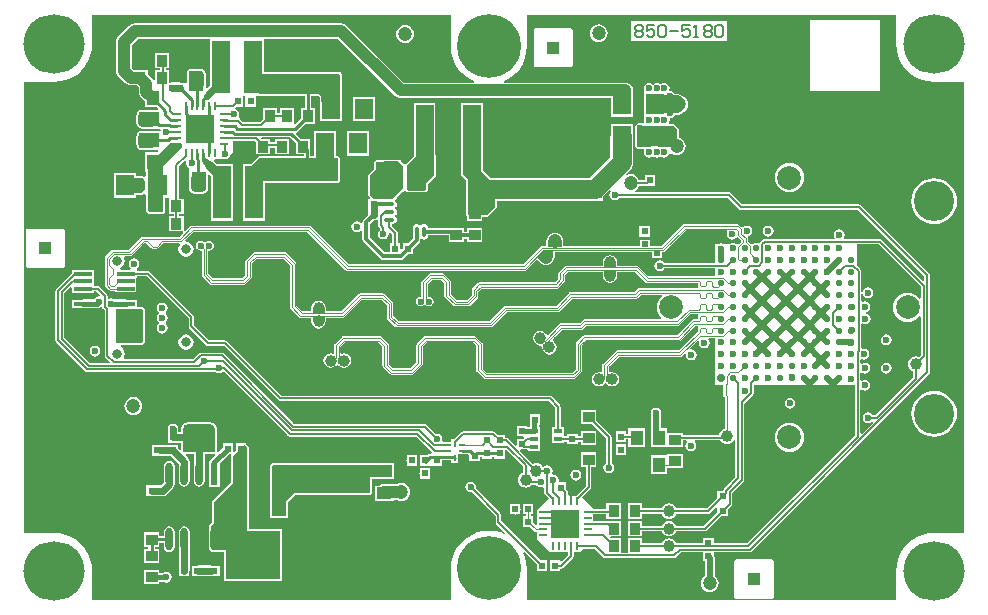
<source format=gtl>
G04*
G04 #@! TF.GenerationSoftware,Altium Limited,Altium Designer,18.0.11 (651)*
G04*
G04 Layer_Physical_Order=1*
G04 Layer_Color=255*
%FSLAX44Y44*%
%MOMM*%
G71*
G01*
G75*
%ADD11C,0.3000*%
%ADD12C,0.2500*%
%ADD13C,0.2000*%
%ADD14C,0.1500*%
%ADD22R,0.6000X0.6000*%
%ADD23R,0.6000X0.6000*%
%ADD24R,1.0000X0.9000*%
%ADD25R,1.5000X5.5000*%
%ADD26R,0.7000X0.4000*%
%ADD27R,1.1000X1.3000*%
G04:AMPARAMS|DCode=28|XSize=0.6mm|YSize=0.6mm|CornerRadius=0.15mm|HoleSize=0mm|Usage=FLASHONLY|Rotation=0.000|XOffset=0mm|YOffset=0mm|HoleType=Round|Shape=RoundedRectangle|*
%AMROUNDEDRECTD28*
21,1,0.6000,0.3000,0,0,0.0*
21,1,0.3000,0.6000,0,0,0.0*
1,1,0.3000,0.1500,-0.1500*
1,1,0.3000,-0.1500,-0.1500*
1,1,0.3000,-0.1500,0.1500*
1,1,0.3000,0.1500,0.1500*
%
%ADD28ROUNDEDRECTD28*%
%ADD29C,0.5400*%
%ADD30R,2.4500X2.4500*%
%ADD31R,0.2500X0.6500*%
%ADD32R,0.6500X0.2500*%
%ADD35R,0.9000X1.0000*%
%ADD36R,1.6000X1.8000*%
%ADD37R,1.3000X1.0000*%
%ADD38R,1.6000X4.5000*%
%ADD39O,1.0000X0.3500*%
%ADD40O,0.3500X1.0000*%
%ADD41R,1.9500X1.9500*%
%ADD42R,1.0000X1.3000*%
%ADD43O,0.2500X0.8000*%
%ADD44O,0.8000X0.2500*%
%ADD45R,2.7000X1.6000*%
%ADD46R,1.2000X4.2000*%
%ADD47R,1.6000X0.4000*%
%ADD48R,1.6000X0.4000*%
%ADD49R,4.6500X4.1500*%
%ADD50R,1.1500X1.4500*%
%ADD51O,0.6000X1.9000*%
%ADD52R,0.6000X1.9000*%
%ADD97C,1.0000*%
%ADD98R,0.5500X0.2500*%
%ADD99R,0.2500X0.5500*%
%ADD100R,2.4000X2.4000*%
%ADD101R,3.1000X2.4100*%
%ADD102C,0.5000*%
%ADD103C,0.1200*%
%ADD104C,0.6000*%
%ADD105C,1.6000*%
%ADD106C,0.3500*%
%ADD107C,1.0000*%
%ADD108C,0.4000*%
%ADD109C,1.5000*%
%ADD110C,0.8000*%
%ADD111R,1.0000X0.4500*%
%ADD112R,1.0000X0.4550*%
%ADD113R,1.0000X0.4500*%
%ADD114R,5.0750X1.6625*%
%ADD115R,1.2000X3.3000*%
%ADD116R,4.0506X1.0450*%
%ADD117R,1.2000X0.5500*%
%ADD118R,1.0000X1.0000*%
%ADD119R,1.6000X3.0000*%
%ADD120C,1.2000*%
%ADD121C,0.8000*%
%ADD122C,3.4000*%
%ADD123C,2.0000*%
%ADD124C,5.4000*%
%ADD125O,5.2000X5.0000*%
%ADD126C,0.6000*%
G36*
X740461Y473000D02*
X740401D01*
X740796Y467979D01*
X741972Y463081D01*
X743900Y458427D01*
X746531Y454133D01*
X749803Y450303D01*
X753633Y447031D01*
X757927Y444400D01*
X762581Y442472D01*
X767479Y441296D01*
X772500Y440901D01*
Y440961D01*
X797961D01*
Y59039D01*
X772500D01*
Y59099D01*
X767479Y58704D01*
X762581Y57528D01*
X757927Y55600D01*
X753633Y52969D01*
X749803Y49697D01*
X746531Y45867D01*
X743900Y41573D01*
X741972Y36919D01*
X740796Y32021D01*
X740401Y27000D01*
X740461D01*
Y2039D01*
X427539D01*
Y29000D01*
X427599D01*
X427204Y34021D01*
X426028Y38919D01*
X424782Y41928D01*
X425858Y42648D01*
X436000Y32506D01*
Y26750D01*
X445000D01*
Y35750D01*
X439244D01*
X405794Y69200D01*
Y74500D01*
X405794Y74500D01*
X405619Y75378D01*
X405122Y76122D01*
X384365Y96879D01*
X384588Y98000D01*
X384239Y99756D01*
X383244Y101244D01*
X381756Y102239D01*
X380000Y102588D01*
X378244Y102239D01*
X376756Y101244D01*
X375761Y99756D01*
X375412Y98000D01*
X375761Y96244D01*
X376756Y94756D01*
X378244Y93761D01*
X380000Y93412D01*
X381121Y93635D01*
X401206Y73550D01*
Y68250D01*
X401381Y67372D01*
X401878Y66628D01*
X409147Y59358D01*
X408428Y58282D01*
X405419Y59528D01*
X400521Y60704D01*
X395500Y61099D01*
X390479Y60704D01*
X385581Y59528D01*
X380927Y57600D01*
X376633Y54969D01*
X372803Y51697D01*
X369531Y47867D01*
X366900Y43573D01*
X364972Y38919D01*
X363796Y34021D01*
X363401Y29000D01*
X363461D01*
Y2039D01*
X59539D01*
Y27000D01*
X59599D01*
X59204Y32021D01*
X58028Y36919D01*
X56100Y41573D01*
X53469Y45867D01*
X50197Y49697D01*
X46367Y52969D01*
X42073Y55600D01*
X37419Y57528D01*
X32521Y58704D01*
X27500Y59099D01*
Y59039D01*
X2039D01*
Y440961D01*
X27500D01*
Y440901D01*
X32521Y441296D01*
X37419Y442472D01*
X42073Y444400D01*
X46367Y447031D01*
X50197Y450303D01*
X53469Y454133D01*
X56100Y458427D01*
X58028Y463081D01*
X59204Y467979D01*
X59599Y473000D01*
X59539D01*
Y497961D01*
X363461D01*
Y471000D01*
X363401D01*
X363796Y465979D01*
X364972Y461081D01*
X366900Y456427D01*
X369531Y452133D01*
X372803Y448303D01*
X376633Y445031D01*
X380927Y442400D01*
X382744Y441647D01*
X382492Y440377D01*
X323489D01*
X275230Y488636D01*
X273872Y489678D01*
X272291Y490333D01*
X270594Y490556D01*
X95500D01*
X93803Y490333D01*
X92222Y489678D01*
X90864Y488636D01*
X81864Y479636D01*
X80822Y478278D01*
X80167Y476697D01*
X79944Y475000D01*
Y450250D01*
X80167Y448553D01*
X80822Y446972D01*
X81864Y445614D01*
X87614Y439864D01*
X88972Y438822D01*
X90553Y438167D01*
X92250Y437944D01*
X97784D01*
X98944Y436784D01*
Y432625D01*
X99167Y430928D01*
X99822Y429347D01*
X100864Y427989D01*
X104250Y424603D01*
Y419375D01*
X114779D01*
X115513Y418484D01*
X115039Y417375D01*
X111548D01*
X111250Y417499D01*
X101750Y417498D01*
X101586Y417430D01*
X99994Y417114D01*
X98506Y416119D01*
X97511Y414631D01*
X97195Y413040D01*
X97126Y412875D01*
X97126Y405875D01*
X97194Y405710D01*
X97511Y404119D01*
X98506Y402631D01*
X99994Y401636D01*
X101585Y401320D01*
X101750Y401251D01*
X111250D01*
X111548Y401375D01*
X115729D01*
X116000Y401321D01*
X117336D01*
X117904Y400235D01*
X117053Y399375D01*
X111548D01*
X111250Y399499D01*
X101750Y399498D01*
X101586Y399431D01*
X99994Y399114D01*
X98506Y398119D01*
X97511Y396631D01*
X97195Y395040D01*
X97126Y394875D01*
X97126Y387875D01*
X97194Y387710D01*
X97511Y386119D01*
X98506Y384631D01*
X99994Y383636D01*
X101585Y383320D01*
X101750Y383251D01*
X111250D01*
X111548Y383375D01*
X115084D01*
X115557Y382266D01*
X114823Y381375D01*
X104250D01*
Y365375D01*
X104250D01*
X105126Y364499D01*
X105126Y361225D01*
X103856Y360546D01*
X103006Y361114D01*
X101415Y361430D01*
X101250Y361499D01*
X97000D01*
Y364000D01*
X78000D01*
Y343000D01*
X97000D01*
Y345252D01*
X101250Y345252D01*
X101414Y345320D01*
X103006Y345636D01*
X103856Y346204D01*
X105126Y345525D01*
X105125Y332251D01*
X105370Y331660D01*
X105601Y331103D01*
X107000Y329704D01*
Y329000D01*
X108202D01*
X108499Y328877D01*
X119250Y328876D01*
X119250Y328876D01*
X119250Y328876D01*
X119807Y329107D01*
X120372Y329341D01*
X120398Y329352D01*
X120398Y329352D01*
X120398D01*
X120503Y329604D01*
X120873Y330500D01*
X120873Y330500D01*
X120873Y330500D01*
X120873Y343000D01*
X124348D01*
X125000Y342000D01*
X125000Y341730D01*
Y329000D01*
X128706D01*
Y327500D01*
X125000D01*
Y314500D01*
X135944D01*
X136397Y314500D01*
X136923Y313230D01*
X133524Y309831D01*
X102200D01*
X101576Y309707D01*
X101046Y309354D01*
X101046Y309354D01*
X90524Y298831D01*
X77089D01*
X76465Y298707D01*
X75935Y298354D01*
X75935Y298354D01*
X70847Y293265D01*
X70493Y292736D01*
X70369Y292111D01*
X70369Y292111D01*
Y268889D01*
X70369Y268889D01*
X70493Y268265D01*
X70847Y267735D01*
X73860Y264722D01*
X74390Y264368D01*
X75014Y264244D01*
X75014Y264244D01*
X79000D01*
Y262875D01*
X97000D01*
Y268875D01*
X97000Y268875D01*
Y269225D01*
X97000D01*
X97000Y270145D01*
Y275075D01*
X97500D01*
Y276281D01*
X106050D01*
X141206Y241125D01*
Y234000D01*
X141381Y233122D01*
X141878Y232378D01*
X156128Y218128D01*
X156872Y217631D01*
X157750Y217456D01*
X157750Y217456D01*
X171300D01*
X217378Y171378D01*
X218122Y170881D01*
X219000Y170706D01*
X446050D01*
X451706Y165050D01*
Y148750D01*
X449000D01*
Y141750D01*
Y135250D01*
X459000D01*
Y136456D01*
X461750D01*
Y134000D01*
X470750D01*
Y136456D01*
X473500D01*
Y133250D01*
X486500D01*
Y145250D01*
X473500D01*
Y141044D01*
X470750D01*
Y143000D01*
X461750D01*
Y141044D01*
X459000D01*
Y148750D01*
X456294D01*
Y166000D01*
X456119Y166878D01*
X455622Y167622D01*
X448622Y174622D01*
X447878Y175119D01*
X447000Y175294D01*
X219950D01*
X173872Y221372D01*
X173128Y221869D01*
X172250Y222044D01*
X158700D01*
X145794Y234950D01*
Y242075D01*
X145619Y242953D01*
X145122Y243697D01*
X108622Y280197D01*
X107878Y280694D01*
X107000Y280869D01*
X98398D01*
X97534Y281733D01*
X97504Y282139D01*
X97580Y283312D01*
X98244Y283756D01*
X99239Y285244D01*
X99588Y287000D01*
X99239Y288756D01*
X98244Y290244D01*
X96756Y291239D01*
X95000Y291588D01*
X93244Y291239D01*
X91756Y290244D01*
X90761Y288756D01*
X90412Y287000D01*
X90761Y285244D01*
X91756Y283756D01*
X92370Y283345D01*
X91985Y282075D01*
X83714D01*
X83477Y283225D01*
X83502Y283345D01*
X85542Y284708D01*
X86934Y286792D01*
X87423Y289250D01*
X86934Y291708D01*
X86573Y292249D01*
X87172Y293369D01*
X92111D01*
X92111Y293369D01*
X92736Y293493D01*
X93265Y293846D01*
X103787Y304369D01*
X105574D01*
X109596Y300347D01*
X109597Y300347D01*
X110126Y299993D01*
X110750Y299869D01*
X110750Y299869D01*
X114250D01*
X114250Y299869D01*
X114874Y299993D01*
X115404Y300347D01*
X119426Y304369D01*
X133316D01*
X133995Y303099D01*
X133066Y301708D01*
X132577Y299250D01*
X133066Y296792D01*
X134458Y294708D01*
X136542Y293316D01*
X139000Y292827D01*
X141458Y293316D01*
X143542Y294708D01*
X144935Y296792D01*
X145423Y299250D01*
X144935Y301708D01*
X143542Y303792D01*
X141458Y305184D01*
X139000Y305673D01*
X138763Y305626D01*
X138165Y306746D01*
X145287Y313869D01*
X241824D01*
X274046Y281646D01*
X274046Y281646D01*
X274576Y281293D01*
X275200Y281169D01*
X425911D01*
X425911Y281169D01*
X426535Y281293D01*
X427065Y281646D01*
X436194Y290775D01*
X438985Y287984D01*
X439100Y287937D01*
X440470Y286885D01*
X442173Y286180D01*
X444000Y285940D01*
X445827Y286180D01*
X447530Y286885D01*
X448992Y288007D01*
X450115Y289470D01*
X450820Y291173D01*
X451050Y292922D01*
X451082Y293000D01*
Y296813D01*
X534000D01*
Y292000D01*
X542000D01*
Y296803D01*
X543194Y296813D01*
X543819Y296937D01*
X544348Y297291D01*
X562226Y315169D01*
X596856D01*
X597455Y314049D01*
X597260Y313756D01*
X596911Y312001D01*
X597260Y310245D01*
X598255Y308756D01*
X599743Y307762D01*
X601499Y307412D01*
X603255Y307762D01*
X604743Y308756D01*
X605166Y309389D01*
X606430Y309513D01*
X608856Y307087D01*
Y305663D01*
X607193Y304000D01*
X604587D01*
X603706Y304589D01*
X601950Y304938D01*
X600194Y304589D01*
X599313Y304000D01*
X593839D01*
X593706Y304089D01*
X591950Y304438D01*
X590194Y304089D01*
X590061Y304000D01*
X587000D01*
Y287694D01*
X543979D01*
X543344Y288644D01*
X541856Y289639D01*
X540100Y289988D01*
X538344Y289639D01*
X536856Y288644D01*
X535861Y287156D01*
X535512Y285400D01*
X535861Y283644D01*
X536856Y282156D01*
X538344Y281161D01*
X540100Y280812D01*
X541856Y281161D01*
X543344Y282156D01*
X543979Y283106D01*
X587000D01*
Y276282D01*
X530526D01*
X521804Y285004D01*
X521274Y285357D01*
X520650Y285481D01*
X520650Y285481D01*
X504082D01*
Y288073D01*
X504118Y288250D01*
X503652Y290591D01*
X502326Y292576D01*
X500341Y293902D01*
X498000Y294368D01*
X495659Y293902D01*
X493674Y292576D01*
X492348Y290591D01*
X491883Y288250D01*
X491918Y288073D01*
Y285481D01*
X460989D01*
X460989Y285481D01*
X460364Y285357D01*
X459835Y285004D01*
X459835Y285004D01*
X454902Y280070D01*
X454548Y279541D01*
X454424Y278917D01*
X454424Y278917D01*
Y274481D01*
X451274Y271331D01*
X387539D01*
X387539Y271331D01*
X386914Y271207D01*
X386385Y270854D01*
X381596Y266065D01*
X381243Y265536D01*
X381119Y264911D01*
X381119Y264911D01*
Y260926D01*
X376574Y256381D01*
X368176D01*
X363081Y261476D01*
Y272411D01*
X362957Y273036D01*
X362604Y273565D01*
X362603Y273565D01*
X357815Y278354D01*
X357285Y278707D01*
X356661Y278831D01*
X356661Y278831D01*
X345589D01*
X345589Y278831D01*
X344964Y278707D01*
X344435Y278354D01*
X344435Y278354D01*
X338847Y272765D01*
X338493Y272236D01*
X338369Y271611D01*
X338369Y271611D01*
Y259709D01*
X337600Y259078D01*
X336039Y258768D01*
X334716Y257884D01*
X333832Y256561D01*
X333522Y255000D01*
X333832Y253439D01*
X334716Y252116D01*
X336039Y251232D01*
X337600Y250922D01*
X339161Y251232D01*
X340484Y252116D01*
X341716D01*
X343039Y251232D01*
X344600Y250922D01*
X346161Y251232D01*
X347484Y252116D01*
X348368Y253439D01*
X348678Y255000D01*
X348368Y256561D01*
X347484Y257884D01*
X346161Y258768D01*
X344600Y259078D01*
X343831Y259709D01*
Y270024D01*
X347176Y273369D01*
X355074D01*
X357619Y270824D01*
Y259889D01*
X357619Y259889D01*
X357743Y259265D01*
X358097Y258735D01*
X365435Y251397D01*
X365965Y251043D01*
X366589Y250919D01*
X378161D01*
X378161Y250919D01*
X378786Y251043D01*
X379315Y251397D01*
X386104Y258185D01*
X386104Y258185D01*
X386457Y258715D01*
X386581Y259339D01*
X386581Y259339D01*
Y263324D01*
X389126Y265869D01*
X452861D01*
X452861Y265869D01*
X453485Y265993D01*
X454015Y266346D01*
X459409Y271741D01*
X459763Y272270D01*
X459887Y272894D01*
X459887Y272894D01*
Y277330D01*
X462576Y280019D01*
X491918D01*
Y277177D01*
X491883Y277000D01*
X492348Y274659D01*
X493674Y272674D01*
X495659Y271348D01*
X498000Y270882D01*
X500341Y271348D01*
X502326Y272674D01*
X503652Y274659D01*
X504118Y277000D01*
X504082Y277177D01*
Y280019D01*
X519063D01*
X527785Y271297D01*
X527785Y271297D01*
X528314Y270943D01*
X528939Y270819D01*
X528939Y270819D01*
X572369D01*
Y268750D01*
X572369Y268750D01*
X572493Y268126D01*
X572846Y267596D01*
X572891Y267551D01*
X572365Y266282D01*
X522650D01*
X522026Y266157D01*
X521497Y265804D01*
X518624Y262931D01*
X464300D01*
X464300Y262931D01*
X463676Y262807D01*
X463146Y262453D01*
X463146Y262453D01*
X452124Y251431D01*
X409300D01*
X409300Y251431D01*
X408676Y251307D01*
X408146Y250954D01*
X408146Y250953D01*
X395774Y238581D01*
X318976D01*
X314581Y242976D01*
Y253411D01*
X314457Y254035D01*
X314104Y254565D01*
X307315Y261353D01*
X306786Y261707D01*
X306161Y261831D01*
X306161Y261831D01*
X286089D01*
X286089Y261831D01*
X285464Y261707D01*
X284935Y261353D01*
X284935Y261353D01*
X270213Y246631D01*
X257332D01*
Y249324D01*
X257367Y249500D01*
X256902Y251841D01*
X255576Y253826D01*
X253591Y255152D01*
X251250Y255618D01*
X248909Y255152D01*
X246924Y253826D01*
X245598Y251841D01*
X245133Y249500D01*
X245168Y249323D01*
Y246631D01*
X237537D01*
X232581Y251587D01*
Y287161D01*
X232457Y287786D01*
X232104Y288315D01*
X232104Y288315D01*
X224015Y296404D01*
X223486Y296757D01*
X222861Y296881D01*
X222861Y296881D01*
X197000D01*
X197000Y296881D01*
X196376Y296757D01*
X195846Y296404D01*
X189597Y290154D01*
X189243Y289624D01*
X189119Y289000D01*
X189119Y289000D01*
Y277176D01*
X186574Y274631D01*
X161926D01*
X157831Y278726D01*
Y297541D01*
X158600Y298172D01*
X160161Y298482D01*
X161484Y299366D01*
X162368Y300689D01*
X162678Y302250D01*
X162368Y303811D01*
X161484Y305134D01*
X160161Y306018D01*
X158600Y306328D01*
X157039Y306018D01*
X155920Y305270D01*
X155100Y305144D01*
X154280Y305270D01*
X153161Y306018D01*
X151600Y306328D01*
X150039Y306018D01*
X148716Y305134D01*
X147832Y303811D01*
X147522Y302250D01*
X147832Y300689D01*
X148716Y299366D01*
X150039Y298482D01*
X151600Y298172D01*
X152369Y297541D01*
Y277139D01*
X152369Y277139D01*
X152493Y276514D01*
X152846Y275985D01*
X159185Y269646D01*
X159714Y269293D01*
X160339Y269169D01*
X160339Y269169D01*
X188161D01*
X188161Y269169D01*
X188786Y269293D01*
X189315Y269646D01*
X194104Y274435D01*
X194104Y274435D01*
X194457Y274964D01*
X194581Y275589D01*
Y287413D01*
X198587Y291419D01*
X221274D01*
X227119Y285574D01*
Y250000D01*
X227119Y250000D01*
X227243Y249376D01*
X227596Y248846D01*
X234796Y241646D01*
X234797Y241646D01*
X235326Y241293D01*
X235950Y241169D01*
X235950Y241169D01*
X245168D01*
Y238427D01*
X245133Y238250D01*
X245598Y235909D01*
X246924Y233924D01*
X248909Y232598D01*
X251250Y232132D01*
X253591Y232598D01*
X255576Y233924D01*
X256902Y235909D01*
X257367Y238250D01*
X257332Y238427D01*
Y241169D01*
X271800D01*
X271800Y241169D01*
X272424Y241293D01*
X272953Y241646D01*
X287676Y256369D01*
X304574D01*
X309119Y251824D01*
Y241389D01*
X309119Y241389D01*
X309243Y240765D01*
X309597Y240235D01*
X316235Y233596D01*
X316765Y233243D01*
X317389Y233119D01*
X397361D01*
X397361Y233119D01*
X397985Y233243D01*
X398515Y233596D01*
X410887Y245969D01*
X453711D01*
X453711Y245969D01*
X454336Y246093D01*
X454865Y246446D01*
X465887Y257469D01*
X520211D01*
X520211Y257469D01*
X520835Y257593D01*
X521365Y257946D01*
X524237Y260819D01*
X541808D01*
X542239Y259549D01*
X541228Y258773D01*
X539256Y256203D01*
X538017Y253211D01*
X537594Y250000D01*
X538017Y246789D01*
X539256Y243797D01*
X541171Y241301D01*
X541087Y240814D01*
X540821Y240031D01*
X476289D01*
X476289Y240031D01*
X475664Y239907D01*
X475135Y239554D01*
X475135Y239554D01*
X472213Y236631D01*
X456000D01*
X456000Y236631D01*
X455376Y236507D01*
X454846Y236154D01*
X445755Y227062D01*
X444186Y227289D01*
X443326Y228576D01*
X441341Y229902D01*
X439000Y230368D01*
X436659Y229902D01*
X434674Y228576D01*
X433348Y226591D01*
X432882Y224250D01*
X433348Y221909D01*
X434674Y219924D01*
X436659Y218598D01*
X436776Y218575D01*
X437742Y217929D01*
X439062Y217667D01*
X439731Y217176D01*
X440222Y216507D01*
X440485Y215187D01*
X440996Y214421D01*
X441098Y213909D01*
X442424Y211924D01*
X444409Y210598D01*
X446750Y210133D01*
X449091Y210598D01*
X451076Y211924D01*
X452402Y213909D01*
X452868Y216250D01*
X452402Y218591D01*
X451076Y220576D01*
X449706Y221491D01*
X449446Y223028D01*
X457587Y231169D01*
X473800D01*
X473800Y231169D01*
X474424Y231293D01*
X474953Y231646D01*
X477876Y234569D01*
X555716D01*
X555716Y234569D01*
X556340Y234693D01*
X556870Y235047D01*
X566242Y244419D01*
X572366D01*
X572892Y243149D01*
X572846Y243104D01*
X572493Y242574D01*
X572369Y241950D01*
X572369Y241950D01*
Y239881D01*
X568639D01*
X568014Y239757D01*
X567485Y239404D01*
X567485Y239404D01*
X554713Y226631D01*
X476389D01*
X476389Y226631D01*
X475765Y226507D01*
X475235Y226154D01*
X475235Y226154D01*
X469596Y220515D01*
X469243Y219986D01*
X469119Y219361D01*
X469119Y219361D01*
Y197926D01*
X466074Y194881D01*
X393676D01*
X390331Y198226D01*
Y218911D01*
X390331Y218911D01*
X390207Y219536D01*
X389854Y220065D01*
X389854Y220065D01*
X384565Y225354D01*
X384036Y225707D01*
X383411Y225831D01*
X383411Y225831D01*
X341339D01*
X341339Y225831D01*
X340714Y225707D01*
X340185Y225354D01*
X340185Y225353D01*
X334596Y219765D01*
X334243Y219236D01*
X334119Y218611D01*
X334119Y218611D01*
Y203676D01*
X329024Y198581D01*
X314476D01*
X310831Y202226D01*
Y218411D01*
X310707Y219036D01*
X310354Y219565D01*
X310354Y219565D01*
X304565Y225354D01*
X304036Y225707D01*
X303411Y225831D01*
X303411Y225831D01*
X272089D01*
X271464Y225707D01*
X270935Y225354D01*
X270935Y225353D01*
X264846Y219265D01*
X264493Y218736D01*
X264369Y218111D01*
X264369Y218111D01*
Y211710D01*
X263099Y210800D01*
X261500Y211117D01*
X259159Y210652D01*
X257174Y209326D01*
X255848Y207341D01*
X255382Y205000D01*
X255848Y202659D01*
X257174Y200674D01*
X259159Y199348D01*
X261500Y198883D01*
X263841Y199348D01*
X265826Y200674D01*
X266490Y201668D01*
X267760D01*
X268424Y200674D01*
X270409Y199348D01*
X272750Y198883D01*
X275091Y199348D01*
X277076Y200674D01*
X278402Y202659D01*
X278867Y205000D01*
X278402Y207341D01*
X277076Y209326D01*
X275091Y210652D01*
X272750Y211117D01*
X271101Y210790D01*
X269831Y211677D01*
Y216524D01*
X273676Y220369D01*
X301824D01*
X305369Y216824D01*
Y200639D01*
X305369Y200639D01*
X305493Y200014D01*
X305847Y199485D01*
X311735Y193596D01*
X312264Y193243D01*
X312889Y193119D01*
X330611D01*
X330611Y193119D01*
X331236Y193243D01*
X331765Y193596D01*
X339104Y200935D01*
X339457Y201465D01*
X339581Y202089D01*
X339581Y202089D01*
Y217024D01*
X342926Y220369D01*
X381824D01*
X384869Y217324D01*
Y196639D01*
X384869Y196639D01*
X384993Y196014D01*
X385346Y195485D01*
X390935Y189897D01*
X390935Y189897D01*
X391464Y189543D01*
X392089Y189419D01*
X392089Y189419D01*
X467661D01*
X467661Y189419D01*
X468286Y189543D01*
X468815Y189897D01*
X474104Y195185D01*
X474104Y195185D01*
X474457Y195714D01*
X474581Y196339D01*
X474581Y196339D01*
Y217774D01*
X477976Y221169D01*
X556300D01*
X556300Y221169D01*
X556924Y221293D01*
X557453Y221646D01*
X570226Y234419D01*
X572366D01*
X572892Y233149D01*
X572846Y233104D01*
X572493Y232574D01*
X572369Y231950D01*
X572369Y231950D01*
Y229876D01*
X556124Y213631D01*
X503889D01*
X503265Y213507D01*
X502735Y213153D01*
X502735Y213153D01*
X491847Y202265D01*
X491493Y201736D01*
X491369Y201111D01*
X491369Y201111D01*
Y195961D01*
X490099Y195049D01*
X488500Y195368D01*
X486159Y194902D01*
X484174Y193576D01*
X482848Y191591D01*
X482383Y189250D01*
X482848Y186909D01*
X484174Y184924D01*
X486159Y183598D01*
X488500Y183132D01*
X490841Y183598D01*
X492826Y184924D01*
X493490Y185918D01*
X494760D01*
X495424Y184924D01*
X497409Y183598D01*
X499750Y183132D01*
X502091Y183598D01*
X504076Y184924D01*
X505402Y186909D01*
X505868Y189250D01*
X505402Y191591D01*
X504076Y193576D01*
X502091Y194902D01*
X499750Y195368D01*
X498101Y195040D01*
X496831Y195927D01*
Y199524D01*
X505476Y208169D01*
X557711D01*
X557711Y208169D01*
X558336Y208293D01*
X558865Y208647D01*
X561340Y211122D01*
X562510Y210496D01*
X562412Y210000D01*
X562761Y208244D01*
X563756Y206756D01*
X565244Y205761D01*
X567000Y205412D01*
X568756Y205761D01*
X570244Y206756D01*
X571239Y208244D01*
X571588Y210000D01*
X571239Y211756D01*
X570244Y213244D01*
X568756Y214239D01*
X567000Y214588D01*
X566504Y214489D01*
X565878Y215660D01*
X572756Y222538D01*
X573761Y221756D01*
X573412Y220000D01*
X573761Y218244D01*
X574756Y216756D01*
X576244Y215761D01*
X578000Y215412D01*
X579756Y215761D01*
X581244Y216756D01*
X582239Y218244D01*
X582588Y220000D01*
X582239Y221756D01*
X581342Y223099D01*
X581508Y223737D01*
X581848Y224369D01*
X587000D01*
Y184000D01*
X593759D01*
Y176100D01*
X593922Y175281D01*
X594386Y174586D01*
X595009Y173963D01*
Y147211D01*
X593722Y146678D01*
X592364Y145636D01*
X591322Y144278D01*
X590667Y142697D01*
X590581Y142044D01*
X559500D01*
Y144000D01*
X546500Y144000D01*
X546500Y145270D01*
Y147750D01*
X541078D01*
Y151000D01*
X541500D01*
Y160000D01*
X541500D01*
X541588Y160500D01*
X541436Y161266D01*
X541239Y162256D01*
X540244Y163744D01*
X538756Y164739D01*
X537000Y165088D01*
X535244Y164739D01*
X533756Y163744D01*
X532761Y162256D01*
X532560Y161245D01*
X532412Y160500D01*
X532500Y160000D01*
X532500D01*
Y151000D01*
X532922D01*
Y147750D01*
X532500D01*
Y131750D01*
X545334D01*
X546500Y131750D01*
X547666Y132000D01*
X559500D01*
Y137456D01*
X562783D01*
X563149Y136519D01*
X563217Y136186D01*
X562261Y134756D01*
X561912Y133000D01*
X562261Y131244D01*
X563256Y129756D01*
X564744Y128761D01*
X566500Y128412D01*
X568256Y128761D01*
X569744Y129756D01*
X570739Y131244D01*
X571088Y133000D01*
X570739Y134756D01*
X569783Y136186D01*
X569851Y136519D01*
X570217Y137456D01*
X591526D01*
X592364Y136364D01*
X593722Y135322D01*
X595303Y134667D01*
X597000Y134444D01*
X598697Y134667D01*
X600278Y135322D01*
X601636Y136364D01*
X602678Y137722D01*
X602686Y137742D01*
X603956Y137489D01*
Y106125D01*
X594378Y96547D01*
X593881Y95802D01*
X593706Y94925D01*
Y94500D01*
X589000D01*
Y88744D01*
X580050Y79794D01*
X554085D01*
X553678Y80778D01*
X552636Y82136D01*
X551278Y83178D01*
X549697Y83833D01*
X548000Y84056D01*
X546303Y83833D01*
X544722Y83178D01*
X543364Y82136D01*
X542322Y80778D01*
X541915Y79794D01*
X525000D01*
Y84000D01*
X513000D01*
Y71000D01*
X525000D01*
Y75206D01*
X541915D01*
X542322Y74222D01*
X543364Y72864D01*
X544722Y71822D01*
X546303Y71167D01*
X548000Y70944D01*
X549697Y71167D01*
X551278Y71822D01*
X552636Y72864D01*
X553678Y74222D01*
X554085Y75206D01*
X581000D01*
X581878Y75381D01*
X582622Y75878D01*
X587827Y81082D01*
X589000Y80596D01*
Y76744D01*
X577300Y65044D01*
X554085D01*
X553678Y66028D01*
X552636Y67386D01*
X551278Y68428D01*
X549697Y69083D01*
X548000Y69306D01*
X546303Y69083D01*
X544722Y68428D01*
X543364Y67386D01*
X542322Y66028D01*
X541915Y65044D01*
X525000D01*
Y69250D01*
X513000D01*
Y56250D01*
X525000D01*
Y60456D01*
X541915D01*
X542322Y59472D01*
X543364Y58114D01*
X544722Y57072D01*
X546303Y56417D01*
X548000Y56194D01*
X549697Y56417D01*
X551278Y57072D01*
X552636Y58114D01*
X553678Y59472D01*
X554085Y60456D01*
X578250D01*
X579128Y60631D01*
X579872Y61128D01*
X592244Y73500D01*
X598000D01*
Y79256D01*
X600872Y82128D01*
X600872Y82128D01*
X601369Y82872D01*
X601544Y83750D01*
Y92982D01*
X611122Y102560D01*
X611122Y102560D01*
X611619Y103304D01*
X611794Y104182D01*
Y168625D01*
X618872Y175703D01*
X619369Y176448D01*
X619544Y177325D01*
Y184000D01*
X705456D01*
Y141450D01*
X614300Y50294D01*
X585750D01*
Y55000D01*
X576750D01*
Y50294D01*
X554085D01*
X553678Y51278D01*
X552636Y52636D01*
X551278Y53678D01*
X549697Y54333D01*
X548000Y54556D01*
X546303Y54333D01*
X544722Y53678D01*
X543364Y52636D01*
X542322Y51278D01*
X541915Y50294D01*
X525000D01*
Y54500D01*
X513000D01*
Y42294D01*
X507000D01*
Y54500D01*
X498250D01*
X497885Y54980D01*
X498515Y56250D01*
X507000D01*
Y69250D01*
X496971D01*
X496750Y69294D01*
X483750D01*
Y74706D01*
X495000D01*
Y71000D01*
X507000D01*
Y84000D01*
X495000D01*
Y79294D01*
X483750D01*
Y79750D01*
X474372Y89128D01*
X481622Y96378D01*
X482119Y97122D01*
X482294Y98000D01*
Y115250D01*
X486500D01*
Y127250D01*
X473500D01*
Y115250D01*
X477706D01*
Y98950D01*
X469506Y90750D01*
X463819Y90750D01*
X462549Y91937D01*
Y93750D01*
X462355Y94725D01*
X461802Y95552D01*
X460750Y96605D01*
Y97057D01*
X460838Y97500D01*
X460750Y97943D01*
Y102000D01*
X456693D01*
X456250Y102088D01*
X455807Y102000D01*
X455505D01*
X454464Y103270D01*
X454610Y104005D01*
X454261Y105761D01*
X453266Y107249D01*
X451778Y108244D01*
X450022Y108593D01*
X449521Y108494D01*
X448757Y109637D01*
X449011Y110016D01*
X449360Y111772D01*
X449011Y113528D01*
X448016Y115016D01*
X446528Y116011D01*
X444772Y116360D01*
X443016Y116011D01*
X442469Y115646D01*
X441468Y115085D01*
X440748Y115907D01*
X440364Y116408D01*
X439006Y117450D01*
X437425Y118105D01*
X435728Y118328D01*
X434031Y118105D01*
X433047Y117697D01*
X422168Y128577D01*
X422654Y129750D01*
X428000D01*
X429000Y129098D01*
Y128750D01*
X439000D01*
Y135250D01*
Y141750D01*
Y148750D01*
X437569D01*
Y150500D01*
X439000D01*
Y154557D01*
X439088Y155000D01*
X439000Y155443D01*
Y159500D01*
X434943D01*
X434500Y159588D01*
X434057Y159500D01*
X430000D01*
Y155443D01*
X429912Y155000D01*
X430000Y154557D01*
Y150500D01*
X430431D01*
Y148819D01*
X428000D01*
Y149750D01*
X419000D01*
Y140750D01*
X424720D01*
X425226Y139590D01*
X424556Y138750D01*
X419000D01*
Y133404D01*
X417827Y132918D01*
X411622Y139122D01*
X410878Y139619D01*
X410000Y139794D01*
X409000D01*
Y142000D01*
X403244D01*
X400872Y144372D01*
X400128Y144869D01*
X399250Y145044D01*
X373250D01*
X372372Y144869D01*
X371628Y144372D01*
X371628Y144372D01*
X366006Y138750D01*
X363750D01*
Y136250D01*
X356837D01*
X356809Y136263D01*
X355861Y137359D01*
X356088Y138500D01*
X355739Y140256D01*
X354744Y141744D01*
X353256Y142739D01*
X351500Y143088D01*
X350379Y142865D01*
X342622Y150622D01*
X341878Y151119D01*
X341000Y151294D01*
X230686D01*
X170857Y211122D01*
X170113Y211619D01*
X169235Y211794D01*
X151750D01*
X150872Y211619D01*
X150128Y211122D01*
X150128Y211122D01*
X145000Y205994D01*
X86926D01*
X86248Y207264D01*
X86934Y208292D01*
X87423Y210750D01*
X86934Y213208D01*
X85542Y215292D01*
X84574Y215939D01*
X84266Y217665D01*
X84418Y217876D01*
X100000Y217877D01*
X100163Y217944D01*
X101756Y218261D01*
X103244Y219256D01*
X104239Y220744D01*
X104556Y222336D01*
X104623Y222500D01*
X104623Y246000D01*
X104556Y246164D01*
X104239Y247756D01*
X103244Y249244D01*
X101756Y250239D01*
X100165Y250555D01*
X100000Y250624D01*
X97500D01*
Y256675D01*
X88345D01*
X88000Y256744D01*
X78434D01*
X77431Y257414D01*
X75675Y257763D01*
X73989Y257428D01*
X73767Y257422D01*
X72719Y258072D01*
Y259575D01*
X72544Y260453D01*
X72047Y261197D01*
X65747Y267497D01*
X65003Y267994D01*
X64125Y268169D01*
X61500D01*
Y275075D01*
Y282075D01*
X42500D01*
Y279151D01*
X29128Y265779D01*
X28631Y265035D01*
X28456Y264157D01*
Y222215D01*
X28631Y221337D01*
X29128Y220592D01*
X52342Y197378D01*
X53642Y196078D01*
X54387Y195581D01*
X55265Y195406D01*
X164279D01*
X165244Y194761D01*
X167000Y194412D01*
X168756Y194761D01*
X170244Y195756D01*
X171160Y195846D01*
X225628Y141378D01*
X226372Y140881D01*
X227250Y140706D01*
X334050D01*
X347182Y127574D01*
X346656Y126304D01*
X345250D01*
X344177Y126090D01*
X343267Y125483D01*
X342785Y125000D01*
X336750D01*
Y116000D01*
X345480D01*
X345750Y116000D01*
Y116000D01*
X346750D01*
Y116000D01*
X355750D01*
Y120696D01*
X363750D01*
Y118250D01*
X369250D01*
Y122229D01*
X369304Y122500D01*
X369250Y122771D01*
Y125750D01*
X376750D01*
Y125820D01*
X378175D01*
X378985Y124869D01*
X378912Y124500D01*
X379000Y124057D01*
Y120000D01*
X383057D01*
X383500Y119912D01*
X383943Y120000D01*
X388000D01*
Y123696D01*
X389500D01*
Y122000D01*
X398500D01*
Y123696D01*
X400000D01*
Y122000D01*
X409000D01*
Y129442D01*
X410270Y129743D01*
X424456Y115557D01*
Y110085D01*
X423472Y109678D01*
X422114Y108636D01*
X421072Y107278D01*
X420417Y105697D01*
X420194Y104000D01*
X420417Y102303D01*
X421072Y100722D01*
X422114Y99364D01*
X423472Y98322D01*
X425053Y97667D01*
X426750Y97444D01*
X428447Y97667D01*
X430028Y98322D01*
X431386Y99364D01*
X431844Y99961D01*
X435642D01*
X436277Y99011D01*
X437766Y98016D01*
X439521Y97667D01*
X441208Y98002D01*
X441430Y98008D01*
X442478Y97358D01*
Y92978D01*
X442653Y92100D01*
X443150Y91356D01*
X446003Y88503D01*
X436250Y78750D01*
X436250Y65937D01*
X435077Y65451D01*
X433250Y67278D01*
Y73250D01*
X430891D01*
Y74750D01*
X433250D01*
Y83750D01*
X424250D01*
Y74750D01*
X426609D01*
Y73250D01*
X424250D01*
Y64250D01*
X430222D01*
X433986Y60486D01*
X434681Y60022D01*
X435500Y59859D01*
X436250D01*
X436250Y54250D01*
X447250Y43250D01*
X462706D01*
Y40700D01*
X457173Y35168D01*
X456000Y35654D01*
Y35750D01*
X447000D01*
Y26750D01*
X456000D01*
Y28956D01*
X456500D01*
X457378Y29131D01*
X458122Y29628D01*
X466622Y38128D01*
X467119Y38872D01*
X467294Y39750D01*
Y43250D01*
X472750D01*
X475206Y45706D01*
X485050D01*
X492378Y38378D01*
X493122Y37881D01*
X494000Y37706D01*
X494000Y37706D01*
X552000D01*
X552878Y37881D01*
X553622Y38378D01*
X557950Y42706D01*
X576750D01*
Y35000D01*
X578422D01*
Y22824D01*
X577151Y21849D01*
X575949Y20282D01*
X575193Y18458D01*
X574935Y16500D01*
X575193Y14542D01*
X575949Y12718D01*
X577151Y11151D01*
X578718Y9949D01*
X580542Y9193D01*
X582500Y8935D01*
X584458Y9193D01*
X586282Y9949D01*
X587849Y11151D01*
X589051Y12718D01*
X589807Y14542D01*
X590065Y16500D01*
X589807Y18458D01*
X589051Y20282D01*
X587849Y21849D01*
X586578Y22824D01*
Y38250D01*
X586578Y38250D01*
X586268Y39811D01*
X585750Y40586D01*
Y42706D01*
X616493D01*
X617370Y42881D01*
X618115Y43378D01*
X768122Y193385D01*
X768619Y194130D01*
X768794Y195007D01*
X768794Y195007D01*
Y277500D01*
X768619Y278378D01*
X768122Y279122D01*
X710622Y336622D01*
X709878Y337119D01*
X709000Y337294D01*
X610193D01*
X600615Y346872D01*
X599870Y347369D01*
X598993Y347544D01*
X519787D01*
X519463Y348285D01*
X519433Y348814D01*
X520849Y349901D01*
X522051Y351468D01*
X522668Y352956D01*
X529750D01*
X529972Y353000D01*
X536500D01*
Y362000D01*
X527500D01*
Y357544D01*
X522668D01*
X522051Y359032D01*
X520849Y360599D01*
X519282Y361801D01*
X517458Y362557D01*
X515500Y362815D01*
X513542Y362557D01*
X512453Y362106D01*
X511733Y363182D01*
X514775Y366225D01*
X516298Y368209D01*
X517256Y370520D01*
X517582Y373000D01*
Y395000D01*
X517500Y395623D01*
Y405500D01*
X498500D01*
Y395623D01*
X498418Y395000D01*
Y376969D01*
X481031Y359582D01*
X400850D01*
X400750Y359624D01*
X397173D01*
X390374Y366423D01*
Y387500D01*
X390250Y387798D01*
Y423500D01*
X372250D01*
Y387799D01*
X372126Y387500D01*
X372126Y362250D01*
X372126Y362250D01*
X372126Y362250D01*
X372371Y361659D01*
X372602Y361102D01*
X372602Y361102D01*
X372602Y361102D01*
X375877Y357827D01*
X375876Y328500D01*
X376352Y327352D01*
X376826Y327156D01*
Y323171D01*
X389826D01*
Y326876D01*
X394000D01*
X395148Y327352D01*
X401898Y334102D01*
X402374Y335250D01*
Y340418D01*
X485000D01*
X485623Y340500D01*
X492500D01*
Y343949D01*
X497597Y349046D01*
X498583Y348236D01*
X497761Y347006D01*
X497412Y345250D01*
X497761Y343494D01*
X498756Y342006D01*
X500244Y341011D01*
X502000Y340662D01*
X503756Y341011D01*
X505244Y342006D01*
X505879Y342956D01*
X598042D01*
X607620Y333378D01*
X607621Y333378D01*
X608365Y332881D01*
X609243Y332706D01*
X708050D01*
X764206Y276550D01*
Y272698D01*
X763033Y272212D01*
X728022Y307222D01*
X727278Y307720D01*
X726400Y307894D01*
X696530D01*
X695851Y309164D01*
X696239Y309744D01*
X696588Y311500D01*
X696239Y313256D01*
X695244Y314744D01*
X693756Y315739D01*
X692000Y316088D01*
X690244Y315739D01*
X688756Y314744D01*
X687761Y313256D01*
X687412Y311500D01*
X687761Y309744D01*
X688149Y309164D01*
X687470Y307894D01*
X628850D01*
X627972Y307720D01*
X627228Y307222D01*
X627228Y307222D01*
X625278Y305272D01*
X624943Y304771D01*
X623589Y304306D01*
X621950Y304632D01*
X620311Y304306D01*
X619853Y304000D01*
X616688D01*
X614581Y306107D01*
Y308411D01*
X614520Y308720D01*
X614836Y309583D01*
X615235Y310158D01*
X615756Y310261D01*
X617244Y311256D01*
X618239Y312744D01*
X618588Y314500D01*
X618239Y316256D01*
X617244Y317744D01*
X615756Y318739D01*
X614000Y319088D01*
X612244Y318739D01*
X610756Y317744D01*
X609362Y317945D01*
X607154Y320154D01*
X606624Y320507D01*
X606000Y320631D01*
X606000Y320631D01*
X560639D01*
X560639Y320631D01*
X560014Y320507D01*
X559485Y320154D01*
X541607Y302276D01*
X531500D01*
Y307500D01*
X523500D01*
Y302276D01*
X458332D01*
Y306250D01*
X458300Y306328D01*
X458070Y308077D01*
X457365Y309780D01*
X456242Y311243D01*
X454780Y312365D01*
X453077Y313070D01*
X451250Y313310D01*
X449423Y313070D01*
X447720Y312365D01*
X446258Y311243D01*
X445135Y309780D01*
X444430Y308077D01*
X444200Y306328D01*
X444168Y306250D01*
Y302276D01*
X440644D01*
X440020Y302152D01*
X439491Y301798D01*
X439491Y301798D01*
X424324Y286631D01*
X276787D01*
X244565Y318853D01*
X244036Y319207D01*
X243411Y319331D01*
X243411Y319331D01*
X143700D01*
X143076Y319207D01*
X142547Y318853D01*
X138270Y314577D01*
X137000Y315103D01*
X137000Y315520D01*
Y327500D01*
X133294D01*
Y329000D01*
X137000D01*
Y342000D01*
X133294D01*
Y369550D01*
X138245Y374501D01*
X138545Y374471D01*
X138746Y374297D01*
X139408Y373110D01*
X139162Y371875D01*
X139511Y370119D01*
X140506Y368631D01*
X141994Y367636D01*
X141824Y366375D01*
X141750D01*
Y360673D01*
X141626Y360375D01*
X141627Y350875D01*
X141694Y350711D01*
X142011Y349119D01*
X143006Y347631D01*
X144494Y346636D01*
X146085Y346320D01*
X146250Y346251D01*
X153250Y346251D01*
X153415Y346320D01*
X155006Y346636D01*
X156494Y347631D01*
X157489Y349119D01*
X157805Y350710D01*
X157873Y350875D01*
Y360375D01*
X157750Y360673D01*
Y361785D01*
X158923Y362271D01*
X160250Y360944D01*
Y323375D01*
X179250D01*
Y371375D01*
X165680D01*
X162850Y374205D01*
X162946Y374678D01*
X163428Y375385D01*
X163750Y375321D01*
X164823Y375535D01*
X164887Y375578D01*
X170784Y375578D01*
X172250Y375286D01*
X174006Y375635D01*
X175494Y376630D01*
X176489Y378118D01*
X176669Y379027D01*
X178750Y381107D01*
Y391081D01*
X180943D01*
X181572Y391206D01*
X197550D01*
X198500Y390256D01*
Y379750D01*
X210500D01*
Y385206D01*
X214000D01*
Y379750D01*
X226000D01*
Y392750D01*
X214000D01*
Y389794D01*
X210500D01*
Y392750D01*
X203108D01*
X202789Y393176D01*
X203425Y394446D01*
X227089D01*
X232000Y389535D01*
Y379750D01*
X238696D01*
Y377999D01*
X201250Y377998D01*
X200102Y377523D01*
X193954Y371375D01*
X187250D01*
Y323375D01*
X206250D01*
Y355751D01*
X267750Y355751D01*
X268351Y356000D01*
X269250D01*
Y357076D01*
X269374Y357375D01*
X269374Y376375D01*
X268898Y377523D01*
X267750Y377999D01*
X266374D01*
Y398000D01*
X266250Y398298D01*
Y399500D01*
X265048D01*
X264750Y399624D01*
X248750D01*
X248452Y399500D01*
X247250D01*
Y398298D01*
X247126Y398000D01*
Y377999D01*
X244304D01*
Y384000D01*
X244090Y385073D01*
X244000Y385208D01*
Y392750D01*
X236715D01*
X232220Y397245D01*
X232638Y398623D01*
X232823Y398660D01*
X233733Y399267D01*
X239965Y405500D01*
X248500D01*
Y418500D01*
X245304D01*
Y429251D01*
X250828D01*
X252126Y427952D01*
Y424250D01*
X252250Y423952D01*
Y407500D01*
X271250D01*
Y423952D01*
X271374Y424250D01*
Y446250D01*
X270898Y447398D01*
X270000Y448296D01*
Y449000D01*
X268798D01*
X268500Y449124D01*
X205250D01*
Y477375D01*
X206491Y477444D01*
X267878D01*
X316137Y429185D01*
X317495Y428143D01*
X319076Y427488D01*
X320773Y427265D01*
X498500D01*
Y411500D01*
X517500D01*
Y424574D01*
X517556Y425000D01*
Y433821D01*
X517333Y435518D01*
X516678Y437099D01*
X515636Y438457D01*
X514278Y439499D01*
X512697Y440154D01*
X511000Y440377D01*
X408508D01*
X408256Y441647D01*
X410073Y442400D01*
X414367Y445031D01*
X418197Y448303D01*
X421469Y452133D01*
X424100Y456427D01*
X426028Y461081D01*
X427204Y465979D01*
X427599Y471000D01*
X427539D01*
Y497961D01*
X740461D01*
Y473000D01*
D02*
G37*
G36*
X154250Y447375D02*
X154250Y437875D01*
X141250D01*
Y447375D01*
X144250Y450375D01*
X151250Y450375D01*
X154250Y447375D01*
D02*
G37*
G36*
X159250Y477375D02*
Y438364D01*
X156923Y436037D01*
X155750Y436523D01*
Y437577D01*
X155873Y437875D01*
X155873Y447375D01*
X155805Y447539D01*
X155489Y449131D01*
X154494Y450619D01*
X153006Y451614D01*
X151415Y451930D01*
X151250Y451999D01*
X144250Y451999D01*
X144085Y451930D01*
X142494Y451614D01*
X141006Y450619D01*
X140011Y449131D01*
X139695Y447540D01*
X139626Y447375D01*
Y441282D01*
X138750Y440375D01*
X134188D01*
X133749Y440462D01*
X127250D01*
X125770Y440168D01*
X124500Y440860D01*
Y451000D01*
X121799D01*
Y452500D01*
X124500D01*
Y465500D01*
X112500D01*
Y452500D01*
X116701D01*
Y451000D01*
X112500D01*
Y442904D01*
X111230Y442652D01*
X111178Y442778D01*
X110136Y444136D01*
X106500Y447772D01*
Y451000D01*
X100926D01*
X100500Y451056D01*
X94966D01*
X93056Y452966D01*
Y472284D01*
X98216Y477444D01*
X158008D01*
X159250Y477375D01*
D02*
G37*
G36*
X269750Y446250D02*
Y424250D01*
X253750D01*
Y428625D01*
X251500Y430875D01*
X251500Y447500D01*
X268500D01*
X269750Y446250D01*
D02*
G37*
G36*
X200750Y429251D02*
X239696D01*
Y418500D01*
X236500D01*
Y409965D01*
X231583Y405048D01*
X230500Y405761D01*
Y418500D01*
X218500D01*
Y414294D01*
X216000D01*
Y418500D01*
X204000D01*
Y409244D01*
X201800Y407044D01*
X187518D01*
X184815Y409747D01*
X184435Y410001D01*
X183981Y411237D01*
X183951Y411563D01*
X183989Y411619D01*
X184338Y413375D01*
X183989Y415131D01*
X182994Y416619D01*
X181506Y417614D01*
X180889Y417737D01*
X180646Y418956D01*
X181504Y419875D01*
X187250D01*
X187250Y428622D01*
X188250Y429189D01*
X189250Y428622D01*
X189250Y428105D01*
Y424818D01*
X189162Y424375D01*
X189250Y423932D01*
Y419875D01*
X193307D01*
X193750Y419787D01*
X194193Y419875D01*
X198250D01*
Y423932D01*
X198338Y424375D01*
X198250Y424818D01*
X198250Y428875D01*
X199313Y429375D01*
X200452D01*
X200750Y429251D01*
D02*
G37*
G36*
X111250Y402875D02*
X101750D01*
X98750Y405875D01*
X98750Y412875D01*
X101750Y415875D01*
X111250Y415875D01*
Y402875D01*
D02*
G37*
G36*
Y384875D02*
X101750D01*
X98750Y387875D01*
X98750Y394875D01*
X101750Y397875D01*
X111250Y397875D01*
Y384875D01*
D02*
G37*
G36*
X267750Y357375D02*
X193000Y357375D01*
Y368125D01*
X201250Y376375D01*
X267750Y376375D01*
X267750Y357375D01*
D02*
G37*
G36*
X156250Y350875D02*
X153250Y347875D01*
X146250Y347875D01*
X143250Y350875D01*
X143250Y360375D01*
X156250D01*
Y350875D01*
D02*
G37*
G36*
X104250Y356875D02*
X104250Y349875D01*
X101250Y346875D01*
X91750Y346875D01*
Y359875D01*
X101250D01*
X104250Y356875D01*
D02*
G37*
G36*
X135250Y388375D02*
Y385875D01*
X119250Y369875D01*
Y358875D01*
X119250Y330500D01*
X108500Y330500D01*
X106749Y332251D01*
X106750Y371000D01*
X125125Y389375D01*
X134250Y389375D01*
X135250Y388375D01*
D02*
G37*
G36*
X388750Y365750D02*
X396500Y358000D01*
X400750D01*
Y335250D01*
X394000Y328500D01*
X377500D01*
X377500Y358500D01*
X373750Y362250D01*
X373750Y387500D01*
X388750D01*
Y365750D01*
D02*
G37*
G36*
X450000Y293000D02*
X444000Y293000D01*
X439750Y288750D01*
X435875Y292625D01*
X441750Y298500D01*
X450000D01*
Y293000D01*
D02*
G37*
G36*
X42500Y266604D02*
Y262375D01*
X61500D01*
Y263581D01*
X63175D01*
X66073Y260683D01*
X65447Y259512D01*
X65003Y259601D01*
X63247Y259251D01*
X61759Y258257D01*
X60764Y256768D01*
X60759Y256744D01*
X52000D01*
X51655Y256675D01*
X42500D01*
Y249675D01*
X51655D01*
X52000Y249606D01*
X63675D01*
X65041Y249878D01*
X66198Y250652D01*
X66211Y250665D01*
X66759Y250774D01*
X67007Y250939D01*
X68203Y250211D01*
X68306Y249697D01*
X68803Y248953D01*
X70206Y247550D01*
Y209280D01*
X70381Y208402D01*
X70878Y207658D01*
X74368Y204167D01*
X73882Y202994D01*
X57457D01*
X36044Y224407D01*
Y261807D01*
X41327Y267090D01*
X42500Y266604D01*
D02*
G37*
G36*
X761206Y267550D02*
Y257687D01*
X759936Y257256D01*
X758772Y258773D01*
X756203Y260744D01*
X753211Y261984D01*
X750000Y262406D01*
X746789Y261984D01*
X743797Y260744D01*
X741227Y258773D01*
X739256Y256203D01*
X738017Y253211D01*
X737594Y250000D01*
X738017Y246789D01*
X739256Y243797D01*
X741227Y241228D01*
X743797Y239256D01*
X746789Y238017D01*
X750000Y237594D01*
X753211Y238017D01*
X756203Y239256D01*
X758772Y241228D01*
X759936Y242744D01*
X761206Y242313D01*
Y209450D01*
X759681Y207925D01*
X758697Y208333D01*
X757000Y208556D01*
X755303Y208333D01*
X753722Y207678D01*
X752364Y206636D01*
X751322Y205278D01*
X750667Y203697D01*
X750444Y202000D01*
X750667Y200303D01*
X751322Y198722D01*
X752364Y197364D01*
X753722Y196322D01*
X754706Y195915D01*
Y190700D01*
X723050Y159044D01*
X720379D01*
X719744Y159994D01*
X718256Y160989D01*
X716500Y161338D01*
X714744Y160989D01*
X713256Y159994D01*
X712261Y158506D01*
X711912Y156750D01*
X712261Y154994D01*
X713256Y153506D01*
X714744Y152511D01*
X716500Y152162D01*
X718256Y152511D01*
X719744Y153506D01*
X719942Y153801D01*
X720225Y153773D01*
X720698Y152450D01*
X711217Y142969D01*
X710044Y143455D01*
Y179709D01*
X711314Y180383D01*
X712244Y179761D01*
X714000Y179412D01*
X715756Y179761D01*
X717244Y180756D01*
X718239Y182244D01*
X718588Y184000D01*
X718239Y185756D01*
X717244Y187244D01*
X715756Y188239D01*
X714000Y188588D01*
X712244Y188239D01*
X711314Y187617D01*
X710044Y188291D01*
Y194209D01*
X711314Y194883D01*
X712244Y194261D01*
X714000Y193912D01*
X715756Y194261D01*
X717244Y195256D01*
X718239Y196744D01*
X718588Y198500D01*
X718239Y200256D01*
X717244Y201744D01*
X715756Y202739D01*
X714000Y203088D01*
X712244Y202739D01*
X711314Y202118D01*
X710044Y202791D01*
Y205603D01*
X711092Y206253D01*
X711314Y206247D01*
X713000Y205912D01*
X714756Y206261D01*
X716244Y207256D01*
X717239Y208744D01*
X717588Y210500D01*
X717239Y212256D01*
X716244Y213744D01*
X714756Y214739D01*
X713000Y215088D01*
X712064Y214902D01*
X710794Y215849D01*
Y235870D01*
X712064Y236549D01*
X712494Y236261D01*
X714250Y235912D01*
X716006Y236261D01*
X717494Y237256D01*
X718489Y238744D01*
X718838Y240500D01*
X718489Y242256D01*
X717494Y243744D01*
X716006Y244739D01*
X715184Y244902D01*
Y246197D01*
X715506Y246261D01*
X716994Y247256D01*
X717989Y248744D01*
X718338Y250500D01*
X717989Y252256D01*
X716994Y253744D01*
X715506Y254739D01*
X713750Y255088D01*
X712064Y254753D01*
X711842Y254747D01*
X710794Y255397D01*
Y261610D01*
X712064Y261735D01*
X712261Y260744D01*
X713256Y259256D01*
X714744Y258261D01*
X716500Y257912D01*
X718256Y258261D01*
X719744Y259256D01*
X720739Y260744D01*
X721088Y262500D01*
X720739Y264256D01*
X719744Y265744D01*
X718256Y266739D01*
X716500Y267088D01*
X714744Y266739D01*
X713256Y265744D01*
X712261Y264256D01*
X712064Y263265D01*
X710794Y263390D01*
Y280800D01*
X710619Y281678D01*
X710122Y282423D01*
X707000Y285545D01*
Y303306D01*
X725450D01*
X761206Y267550D01*
D02*
G37*
G36*
X103000Y246000D02*
X103000Y222500D01*
X100000Y219500D01*
X80000Y219500D01*
Y249000D01*
X100000Y249000D01*
X103000Y246000D01*
D02*
G37*
%LPC*%
G36*
X597476Y492497D02*
X515500D01*
Y475500D01*
X597476D01*
Y492497D01*
D02*
G37*
G36*
X488500Y489565D02*
X486542Y489307D01*
X484718Y488551D01*
X483151Y487349D01*
X481949Y485782D01*
X481193Y483958D01*
X480935Y482000D01*
X481193Y480042D01*
X481949Y478218D01*
X483151Y476651D01*
X484718Y475449D01*
X486542Y474693D01*
X488500Y474435D01*
X490458Y474693D01*
X492282Y475449D01*
X493849Y476651D01*
X495051Y478218D01*
X495807Y480042D01*
X496065Y482000D01*
X495807Y483958D01*
X495051Y485782D01*
X493849Y487349D01*
X492282Y488551D01*
X490458Y489307D01*
X488500Y489565D01*
D02*
G37*
G36*
X324500Y489065D02*
X322542Y488807D01*
X320718Y488051D01*
X319151Y486849D01*
X317949Y485282D01*
X317193Y483458D01*
X316935Y481500D01*
X317193Y479542D01*
X317949Y477718D01*
X319151Y476151D01*
X320718Y474949D01*
X322542Y474193D01*
X324500Y473935D01*
X326458Y474193D01*
X328282Y474949D01*
X329849Y476151D01*
X331051Y477718D01*
X331807Y479542D01*
X332065Y481500D01*
X331807Y483458D01*
X331051Y485282D01*
X329849Y486849D01*
X328282Y488051D01*
X326458Y488807D01*
X324500Y489065D01*
D02*
G37*
G36*
X465000Y486624D02*
X435000D01*
X433852Y486148D01*
X433376Y485000D01*
Y455000D01*
X433852Y453852D01*
X435000Y453376D01*
X465000D01*
X466148Y453852D01*
X466624Y455000D01*
Y485000D01*
X466148Y486148D01*
X465000Y486624D01*
D02*
G37*
G36*
X544000Y440088D02*
X542244Y439739D01*
X541804Y439445D01*
X540744Y438744D01*
X539256Y439739D01*
X537500Y440088D01*
X535744Y439739D01*
X535304Y439445D01*
X534250Y438748D01*
X533196Y439445D01*
X532756Y439739D01*
X531000Y440088D01*
X529244Y439739D01*
X527756Y438744D01*
X526761Y437256D01*
X526412Y435500D01*
X526756Y433770D01*
X526868Y433189D01*
X526500Y432500D01*
X526500D01*
Y411500D01*
X526500D01*
X526869Y410811D01*
X526756Y410230D01*
X526412Y408500D01*
X526731Y406894D01*
X526613Y406466D01*
X526464Y406186D01*
X525256Y405739D01*
X523500Y406088D01*
X521744Y405739D01*
X520256Y404744D01*
X519261Y403256D01*
X518945Y401665D01*
X518876Y401500D01*
X518876Y388505D01*
X518943Y388344D01*
X519261Y386744D01*
X520256Y385256D01*
X521744Y384261D01*
X523500Y383912D01*
X525256Y384261D01*
X526464Y383814D01*
X526614Y383533D01*
X526731Y383106D01*
X526412Y381500D01*
X526761Y379744D01*
X527756Y378256D01*
X529244Y377261D01*
X531000Y376912D01*
X532756Y377261D01*
X533196Y377555D01*
X534250Y378252D01*
X535304Y377555D01*
X535744Y377261D01*
X537500Y376912D01*
X539256Y377261D01*
X539696Y377555D01*
X540750Y378252D01*
X541804Y377555D01*
X542244Y377261D01*
X544000Y376912D01*
X545756Y377261D01*
X547244Y378256D01*
X548239Y379744D01*
X548333Y380220D01*
X549726Y380710D01*
X550718Y379949D01*
X552542Y379193D01*
X554500Y378935D01*
X556458Y379193D01*
X558282Y379949D01*
X559849Y381151D01*
X561051Y382718D01*
X561807Y384542D01*
X562065Y386500D01*
X561807Y388458D01*
X561051Y390282D01*
X559849Y391849D01*
X558282Y393051D01*
X556458Y393807D01*
X556124Y393851D01*
Y400750D01*
X555879Y401340D01*
X555648Y401898D01*
X552398Y405148D01*
X552398Y405148D01*
X552398Y405148D01*
X551841Y405379D01*
X551250Y405624D01*
X551250Y405624D01*
X551250Y405624D01*
X548837D01*
X548387Y406467D01*
X548269Y406894D01*
X548588Y408500D01*
X548505Y408917D01*
X548750Y410162D01*
X549427Y410297D01*
X550506Y410511D01*
X551994Y411506D01*
X552941Y412922D01*
X553500D01*
X555849Y413232D01*
X558039Y414138D01*
X558824Y414741D01*
X560532Y415449D01*
X562099Y416651D01*
X563301Y418218D01*
X564057Y420042D01*
X564315Y422000D01*
X564057Y423958D01*
X563301Y425782D01*
X562099Y427349D01*
X560532Y428551D01*
X558824Y429259D01*
X558039Y429861D01*
X555849Y430768D01*
X553500Y431078D01*
X552992D01*
X552396Y431970D01*
X550908Y432964D01*
X549342Y433276D01*
X549111Y433374D01*
X548380Y434455D01*
X548588Y435500D01*
X548239Y437256D01*
X547244Y438744D01*
X545756Y439739D01*
X544000Y440088D01*
D02*
G37*
G36*
X727000Y493000D02*
X667000D01*
Y433000D01*
X727000D01*
Y493000D01*
D02*
G37*
G36*
X299250Y428500D02*
X280250D01*
Y407500D01*
X299250D01*
Y428500D01*
D02*
G37*
G36*
X294250Y399500D02*
X275250D01*
Y378500D01*
X294250D01*
Y399500D01*
D02*
G37*
G36*
X350250Y423500D02*
X332250D01*
Y378296D01*
X325400Y371446D01*
X324336Y371193D01*
X323795Y371501D01*
X321000Y374296D01*
Y375000D01*
X319798D01*
X319500Y375124D01*
X306500D01*
X306500Y375123D01*
X302500Y375123D01*
X302336Y375056D01*
X300744Y374739D01*
X299256Y373744D01*
X298261Y372256D01*
X297945Y370665D01*
X297876Y370500D01*
X297876Y367172D01*
X293852Y363148D01*
X293376Y362000D01*
Y345500D01*
X293500Y345201D01*
Y344000D01*
X294198D01*
X294932Y343109D01*
X294458Y342000D01*
X293500D01*
Y337943D01*
X293412Y337500D01*
Y328598D01*
X289407Y324593D01*
X288689Y323518D01*
X288436Y322250D01*
Y321872D01*
X287166Y321487D01*
X286994Y321744D01*
X285506Y322739D01*
X283750Y323088D01*
X281994Y322739D01*
X280506Y321744D01*
X279511Y320256D01*
X279162Y318500D01*
X279511Y316744D01*
X280506Y315256D01*
X281994Y314261D01*
X283750Y313912D01*
X285506Y314261D01*
X286994Y315256D01*
X287166Y315513D01*
X288436Y315128D01*
Y307911D01*
X288689Y306643D01*
X289407Y305568D01*
X303818Y291157D01*
X304893Y290439D01*
X306161Y290186D01*
X320750D01*
X322018Y290439D01*
X323093Y291157D01*
X327186Y295250D01*
X331500D01*
Y299564D01*
X336593Y304657D01*
X337311Y305732D01*
X337564Y307000D01*
Y307557D01*
X338834Y308122D01*
X339482Y307689D01*
X340750Y307436D01*
X342018Y307689D01*
X343093Y308407D01*
X343811Y309482D01*
X344064Y310750D01*
Y310941D01*
X361500D01*
Y305250D01*
X374500D01*
Y308112D01*
X376826D01*
Y305171D01*
X389826D01*
Y317171D01*
X376826D01*
Y314229D01*
X374500D01*
Y317250D01*
X361500D01*
Y317059D01*
X344064D01*
Y317250D01*
X343811Y318518D01*
X343093Y319593D01*
X342018Y320311D01*
X340750Y320564D01*
X339482Y320311D01*
X338407Y319593D01*
X338264Y319379D01*
X336736D01*
X336593Y319593D01*
X335518Y320311D01*
X334250Y320564D01*
X332982Y320311D01*
X331907Y319593D01*
X331189Y318518D01*
X330936Y317250D01*
Y308373D01*
X326814Y304250D01*
X322500D01*
Y299942D01*
X321609Y299208D01*
X320500Y299682D01*
Y304250D01*
X318294D01*
Y312750D01*
X318294Y312750D01*
X318119Y313628D01*
X317622Y314372D01*
X317622Y314372D01*
X313294Y318700D01*
Y320936D01*
X314250D01*
X315518Y321189D01*
X316593Y321907D01*
X317311Y322982D01*
X317564Y324250D01*
X317311Y325518D01*
X316593Y326593D01*
X316379Y326736D01*
Y328264D01*
X316593Y328407D01*
X317311Y329482D01*
X317564Y330750D01*
X317311Y332018D01*
X316593Y333093D01*
X316379Y333236D01*
Y334764D01*
X316593Y334907D01*
X317311Y335982D01*
X317564Y337250D01*
X317311Y338518D01*
X316593Y339593D01*
X316379Y339736D01*
Y341264D01*
X316593Y341407D01*
X317311Y342482D01*
X317444Y343148D01*
X321852Y347556D01*
X322518Y347689D01*
X323593Y348407D01*
X323736Y348621D01*
X325264D01*
X325407Y348407D01*
X326482Y347689D01*
X326991Y347588D01*
X327500Y347376D01*
X341000D01*
X341510Y347588D01*
X342018Y347689D01*
X343093Y348407D01*
X343811Y349482D01*
X343913Y349990D01*
X344124Y350500D01*
Y354328D01*
X349898Y360102D01*
X350374Y361250D01*
X350374Y378750D01*
X350250Y379049D01*
Y423500D01*
D02*
G37*
G36*
X650000Y372406D02*
X646789Y371983D01*
X643797Y370744D01*
X641227Y368773D01*
X639256Y366203D01*
X638017Y363211D01*
X637594Y360000D01*
X638017Y356789D01*
X639256Y353797D01*
X641227Y351227D01*
X643797Y349256D01*
X646789Y348017D01*
X650000Y347594D01*
X653211Y348017D01*
X656203Y349256D01*
X658773Y351227D01*
X660744Y353797D01*
X661983Y356789D01*
X662406Y360000D01*
X661983Y363211D01*
X660744Y366203D01*
X658773Y368773D01*
X656203Y370744D01*
X653211Y371983D01*
X650000Y372406D01*
D02*
G37*
G36*
X772500Y359393D02*
X768717Y359021D01*
X765079Y357917D01*
X761726Y356125D01*
X758787Y353713D01*
X756375Y350774D01*
X754583Y347421D01*
X753479Y343783D01*
X753107Y340000D01*
X753479Y336217D01*
X754583Y332579D01*
X756375Y329226D01*
X758787Y326287D01*
X761726Y323875D01*
X765079Y322083D01*
X768717Y320979D01*
X772500Y320607D01*
X776283Y320979D01*
X779921Y322083D01*
X783274Y323875D01*
X786213Y326287D01*
X788625Y329226D01*
X790417Y332579D01*
X791521Y336217D01*
X791893Y340000D01*
X791521Y343783D01*
X790417Y347421D01*
X788625Y350774D01*
X786213Y353713D01*
X783274Y356125D01*
X779921Y357917D01*
X776283Y359021D01*
X772500Y359393D01*
D02*
G37*
G36*
X632000Y319088D02*
X630244Y318739D01*
X628756Y317744D01*
X627761Y316256D01*
X627412Y314500D01*
X627761Y312744D01*
X628756Y311256D01*
X630244Y310261D01*
X632000Y309912D01*
X633756Y310261D01*
X635244Y311256D01*
X636239Y312744D01*
X636588Y314500D01*
X636239Y316256D01*
X635244Y317744D01*
X633756Y318739D01*
X632000Y319088D01*
D02*
G37*
G36*
X527500Y319088D02*
X527057Y319000D01*
X523000D01*
Y314943D01*
X522912Y314500D01*
X523000Y314057D01*
Y310000D01*
X527057D01*
X527500Y309912D01*
X527943Y310000D01*
X532000D01*
Y314057D01*
X532088Y314500D01*
X532000Y314943D01*
Y319000D01*
X527943D01*
X527500Y319088D01*
D02*
G37*
G36*
X35000Y316624D02*
X5000D01*
X3852Y316148D01*
X3376Y315000D01*
Y285000D01*
X3852Y283852D01*
X5000Y283376D01*
X35000D01*
X36148Y283852D01*
X36624Y285000D01*
Y315000D01*
X36148Y316148D01*
X35000Y316624D01*
D02*
G37*
G36*
X119006Y253850D02*
X117250Y253501D01*
X115761Y252507D01*
X114767Y251018D01*
X114418Y249262D01*
X114767Y247506D01*
X115761Y246018D01*
X115942Y245897D01*
Y244627D01*
X115761Y244506D01*
X114767Y243018D01*
X114418Y241262D01*
X114767Y239506D01*
X115761Y238018D01*
X116311Y237650D01*
Y236123D01*
X115761Y235756D01*
X114767Y234267D01*
X114418Y232511D01*
X114767Y230756D01*
X115761Y229267D01*
X117250Y228272D01*
X119006Y227923D01*
X120762Y228272D01*
X122250Y229267D01*
X123245Y230756D01*
X123594Y232511D01*
X123245Y234267D01*
X122250Y235756D01*
X121701Y236123D01*
Y237650D01*
X122250Y238018D01*
X123245Y239506D01*
X123594Y241262D01*
X123245Y243018D01*
X122250Y244506D01*
X122069Y244627D01*
Y245897D01*
X122250Y246018D01*
X123245Y247506D01*
X123594Y249262D01*
X123245Y251018D01*
X122250Y252507D01*
X120762Y253501D01*
X119006Y253850D01*
D02*
G37*
G36*
X139000Y227173D02*
X136542Y226684D01*
X134458Y225292D01*
X133066Y223208D01*
X132577Y220750D01*
X133066Y218292D01*
X134458Y216208D01*
X136542Y214816D01*
X139000Y214327D01*
X141458Y214816D01*
X143542Y216208D01*
X144935Y218292D01*
X145423Y220750D01*
X144935Y223208D01*
X143542Y225292D01*
X141458Y226684D01*
X139000Y227173D01*
D02*
G37*
G36*
X650500Y173338D02*
X648744Y172989D01*
X647256Y171994D01*
X646261Y170506D01*
X645912Y168750D01*
X646261Y166994D01*
X647256Y165506D01*
X648744Y164511D01*
X650500Y164162D01*
X652256Y164511D01*
X653744Y165506D01*
X654739Y166994D01*
X655088Y168750D01*
X654739Y170506D01*
X653744Y171994D01*
X652256Y172989D01*
X650500Y173338D01*
D02*
G37*
G36*
X94500Y174065D02*
X92542Y173807D01*
X90718Y173051D01*
X89151Y171849D01*
X87949Y170282D01*
X87193Y168458D01*
X86935Y166500D01*
X87193Y164542D01*
X87949Y162718D01*
X89151Y161151D01*
X90718Y159949D01*
X92542Y159193D01*
X94500Y158935D01*
X96458Y159193D01*
X98282Y159949D01*
X99849Y161151D01*
X101051Y162718D01*
X101807Y164542D01*
X102065Y166500D01*
X101807Y168458D01*
X101051Y170282D01*
X99849Y171849D01*
X98282Y173051D01*
X96458Y173807D01*
X94500Y174065D01*
D02*
G37*
G36*
X160500Y152624D02*
X139500D01*
X139335Y152555D01*
X137744Y152239D01*
X136256Y151244D01*
X135261Y149756D01*
X134945Y148165D01*
X134876Y148000D01*
Y144588D01*
X132588D01*
Y147000D01*
X132239Y148756D01*
X131244Y150244D01*
X129756Y151239D01*
X128000Y151588D01*
X126244Y151239D01*
X124756Y150244D01*
X123761Y148756D01*
X123412Y147000D01*
Y140000D01*
X123500Y139557D01*
Y135500D01*
X127557D01*
X128000Y135412D01*
X135000D01*
Y130148D01*
X133827Y129662D01*
X132500Y130989D01*
Y133500D01*
X128443D01*
X128000Y133588D01*
X117000D01*
X116557Y133500D01*
X110000D01*
Y124500D01*
X116557D01*
X117000Y124412D01*
X126100D01*
X133062Y117450D01*
Y109300D01*
Y102800D01*
X133411Y101044D01*
X134406Y99556D01*
X135894Y98561D01*
X137650Y98212D01*
X139406Y98561D01*
X140894Y99556D01*
X141889Y101044D01*
X142238Y102800D01*
Y115800D01*
Y119350D01*
X141889Y121106D01*
X140894Y122594D01*
X138662Y124827D01*
X139148Y126000D01*
X145762D01*
Y115800D01*
Y109300D01*
Y102800D01*
X146111Y101044D01*
X147106Y99556D01*
X148594Y98561D01*
X150350Y98212D01*
X152106Y98561D01*
X153594Y99556D01*
X154589Y101044D01*
X154938Y102800D01*
Y115800D01*
Y126000D01*
X163294D01*
X163780Y124827D01*
X160527Y121573D01*
X159753Y120416D01*
X159730Y120300D01*
X158550D01*
Y98300D01*
X167550D01*
Y118503D01*
X175047Y126000D01*
X177045D01*
X177531Y124827D01*
X177352Y124648D01*
X176876Y123500D01*
Y101672D01*
X161852Y86648D01*
X161376Y85500D01*
Y68172D01*
X158852Y65648D01*
X158376Y64500D01*
Y49000D01*
X158462Y48794D01*
Y47200D01*
X158811Y45444D01*
X159806Y43956D01*
X161294Y42961D01*
X163050Y42612D01*
X164461Y42892D01*
X164500Y42876D01*
X171250D01*
Y18250D01*
X220750D01*
Y62750D01*
X192124D01*
Y131500D01*
X191648Y132648D01*
X190000Y134296D01*
Y135000D01*
X188798D01*
X188500Y135124D01*
X188202Y135000D01*
X181000D01*
Y128302D01*
X180109Y127568D01*
X179000Y128042D01*
Y135000D01*
X170000D01*
Y131047D01*
X166173Y127220D01*
X165000Y127706D01*
Y141702D01*
X165124Y142000D01*
Y148000D01*
X165055Y148165D01*
X164739Y149756D01*
X163744Y151244D01*
X162256Y152239D01*
X160665Y152555D01*
X160500Y152624D01*
D02*
G37*
G36*
X527500Y147750D02*
X513500D01*
Y142794D01*
X512000D01*
Y145000D01*
X503000D01*
Y136000D01*
X512000D01*
Y138206D01*
X513500D01*
Y131750D01*
X527500D01*
Y147750D01*
D02*
G37*
G36*
X772500Y179393D02*
X768717Y179021D01*
X765079Y177917D01*
X761726Y176125D01*
X758787Y173713D01*
X756375Y170774D01*
X754583Y167421D01*
X753479Y163783D01*
X753107Y160000D01*
X753479Y156217D01*
X754583Y152578D01*
X756375Y149226D01*
X758787Y146287D01*
X761726Y143875D01*
X765079Y142083D01*
X768717Y140979D01*
X772500Y140607D01*
X776283Y140979D01*
X779921Y142083D01*
X783274Y143875D01*
X786213Y146287D01*
X788625Y149226D01*
X790417Y152578D01*
X791521Y156217D01*
X791893Y160000D01*
X791521Y163783D01*
X790417Y167421D01*
X788625Y170774D01*
X786213Y173713D01*
X783274Y176125D01*
X779921Y177917D01*
X776283Y179021D01*
X772500Y179393D01*
D02*
G37*
G36*
X650000Y152406D02*
X646789Y151983D01*
X643797Y150744D01*
X641227Y148772D01*
X639256Y146203D01*
X638017Y143211D01*
X637594Y140000D01*
X638017Y136789D01*
X639256Y133797D01*
X641227Y131228D01*
X643797Y129256D01*
X646789Y128017D01*
X650000Y127594D01*
X653211Y128017D01*
X656203Y129256D01*
X658773Y131228D01*
X660744Y133797D01*
X661983Y136789D01*
X662406Y140000D01*
X661983Y143211D01*
X660744Y146203D01*
X658773Y148772D01*
X656203Y150744D01*
X653211Y151983D01*
X650000Y152406D01*
D02*
G37*
G36*
X507500Y134088D02*
X507057Y134000D01*
X503000D01*
Y129943D01*
X502912Y129500D01*
X503000Y129057D01*
Y125000D01*
X507057D01*
X507500Y124912D01*
X507943Y125000D01*
X512000D01*
Y129057D01*
X512088Y129500D01*
X512000Y129943D01*
Y134000D01*
X507943D01*
X507500Y134088D01*
D02*
G37*
G36*
X330250Y125088D02*
X329807Y125000D01*
X325750D01*
Y120943D01*
X325662Y120500D01*
X325750Y120057D01*
Y116000D01*
X329807D01*
X330250Y115912D01*
X330693Y116000D01*
X334750D01*
Y120057D01*
X334838Y120500D01*
X334750Y120943D01*
Y125000D01*
X330693D01*
X330250Y125088D01*
D02*
G37*
G36*
X486500Y163250D02*
X473500D01*
Y151250D01*
X482756D01*
X494756Y139250D01*
Y118329D01*
X493806Y117694D01*
X492811Y116206D01*
X492462Y114450D01*
X492811Y112694D01*
X493806Y111206D01*
X495294Y110211D01*
X497050Y109862D01*
X498806Y110211D01*
X500294Y111206D01*
X501289Y112694D01*
X501638Y114450D01*
X501289Y116206D01*
X500294Y117694D01*
X499344Y118329D01*
Y140200D01*
X499170Y141078D01*
X498672Y141822D01*
X498672Y141822D01*
X486500Y153994D01*
Y163250D01*
D02*
G37*
G36*
X559500Y126000D02*
X546500D01*
X546500Y124750D01*
X532500D01*
Y108750D01*
X546500D01*
Y112730D01*
X546500Y114000D01*
X559500D01*
Y126000D01*
D02*
G37*
G36*
X341250Y114088D02*
X340807Y114000D01*
X336750D01*
Y109943D01*
X336662Y109500D01*
X336750Y109057D01*
Y105000D01*
X340807D01*
X341250Y104912D01*
X341693Y105000D01*
X345750D01*
Y109057D01*
X345838Y109500D01*
X345750Y109943D01*
Y114000D01*
X341693D01*
X341250Y114088D01*
D02*
G37*
G36*
X469000Y112588D02*
X467244Y112239D01*
X465756Y111244D01*
X464761Y109756D01*
X464412Y108000D01*
X464761Y106244D01*
X465756Y104756D01*
X467244Y103761D01*
X469000Y103412D01*
X470756Y103761D01*
X472244Y104756D01*
X473239Y106244D01*
X473588Y108000D01*
X473239Y109756D01*
X472244Y111244D01*
X470756Y112239D01*
X469000Y112588D01*
D02*
G37*
G36*
X124950Y120388D02*
X123194Y120039D01*
X121706Y119044D01*
X120711Y117556D01*
X120362Y115800D01*
Y109300D01*
Y102351D01*
X117599Y99588D01*
X110000D01*
X109557Y99500D01*
X105500D01*
Y95443D01*
X105412Y95000D01*
X105500Y94557D01*
Y90500D01*
X109557D01*
X110000Y90412D01*
X119500D01*
X121256Y90761D01*
X122744Y91756D01*
X128194Y97206D01*
X129189Y98694D01*
X129538Y100450D01*
Y109300D01*
Y115800D01*
X129189Y117556D01*
X128194Y119044D01*
X126706Y120039D01*
X124950Y120388D01*
D02*
G37*
G36*
X321449Y101347D02*
X319491Y101089D01*
X317678Y100338D01*
X306449D01*
X304752Y100115D01*
X303171Y99460D01*
X302571Y99000D01*
X299000D01*
Y86000D01*
X315000D01*
Y87226D01*
X317678D01*
X319491Y86475D01*
X321449Y86218D01*
X323407Y86475D01*
X325231Y87231D01*
X326798Y88433D01*
X328000Y90000D01*
X328756Y91825D01*
X329013Y93782D01*
X328756Y95740D01*
X328000Y97565D01*
X326798Y99131D01*
X325231Y100334D01*
X323407Y101089D01*
X321449Y101347D01*
D02*
G37*
G36*
X417750Y83838D02*
X417307Y83750D01*
X413250D01*
Y79693D01*
X413162Y79250D01*
X413250Y78807D01*
Y74750D01*
X417307D01*
X417750Y74662D01*
X418193Y74750D01*
X422250D01*
Y78807D01*
X422338Y79250D01*
X422250Y79693D01*
Y83750D01*
X418193D01*
X417750Y83838D01*
D02*
G37*
G36*
X313500Y118624D02*
X272994D01*
X272994Y118624D01*
X213000Y118623D01*
X211852Y118148D01*
X210704Y117000D01*
X210000D01*
Y115798D01*
X209876Y115500D01*
X209876Y82500D01*
X210000Y82202D01*
Y72000D01*
X225000D01*
Y85204D01*
X231173Y91376D01*
X295000Y91377D01*
X296148Y91852D01*
X296623Y93000D01*
X296624Y104926D01*
X313500D01*
X313678Y105000D01*
X315000D01*
Y106251D01*
X315124Y106550D01*
Y117000D01*
X315000Y117298D01*
Y118000D01*
X314709D01*
X314648Y118148D01*
X313500Y118624D01*
D02*
G37*
G36*
X124950Y64788D02*
X123194Y64439D01*
X121706Y63444D01*
X120711Y61956D01*
X120362Y60200D01*
Y56504D01*
X116500D01*
Y59500D01*
X103500D01*
Y47500D01*
X107196D01*
Y45500D01*
X103500D01*
Y33500D01*
X116500D01*
Y45500D01*
X112804D01*
Y47500D01*
X116500D01*
Y50896D01*
X120362D01*
Y47200D01*
X120711Y45444D01*
X121706Y43956D01*
X123194Y42961D01*
X124950Y42612D01*
X126706Y42961D01*
X128194Y43956D01*
X129189Y45444D01*
X129538Y47200D01*
Y60200D01*
X129189Y61956D01*
X128194Y63444D01*
X126706Y64439D01*
X124950Y64788D01*
D02*
G37*
G36*
X160000Y31588D02*
X149000D01*
X148557Y31500D01*
X144000D01*
Y22500D01*
X148557D01*
X149000Y22412D01*
X160000D01*
X160443Y22500D01*
X167500D01*
Y31500D01*
X160443D01*
X160000Y31588D01*
D02*
G37*
G36*
X137650Y64788D02*
X135894Y64439D01*
X134406Y63444D01*
X133411Y61956D01*
X133062Y60200D01*
Y53700D01*
Y42500D01*
X133000D01*
Y38943D01*
X132912Y38500D01*
Y27000D01*
X133000Y26557D01*
Y22500D01*
X137057D01*
X137500Y22412D01*
X137943Y22500D01*
X142000D01*
Y26556D01*
X142088Y27000D01*
Y35596D01*
X142238Y36350D01*
Y53700D01*
Y60200D01*
X141889Y61956D01*
X140894Y63444D01*
X139406Y64439D01*
X137650Y64788D01*
D02*
G37*
G36*
X116500Y27500D02*
X103500D01*
Y15500D01*
X116500D01*
Y17931D01*
X119741D01*
X120744Y17261D01*
X122500Y16912D01*
X124256Y17261D01*
X125744Y18256D01*
X126739Y19744D01*
X127088Y21500D01*
X126739Y23256D01*
X125744Y24744D01*
X124256Y25739D01*
X122500Y26088D01*
X120744Y25739D01*
X119741Y25069D01*
X116500D01*
Y27500D01*
D02*
G37*
G36*
X635000Y36624D02*
X605000D01*
X603852Y36148D01*
X603376Y35000D01*
Y5000D01*
X603852Y3852D01*
X605000Y3376D01*
X635000D01*
X636148Y3852D01*
X636624Y5000D01*
Y35000D01*
X636148Y36148D01*
X635000Y36624D01*
D02*
G37*
%LPD*%
G36*
X554500Y400750D02*
Y391500D01*
X549001Y386001D01*
X539000Y386000D01*
X539000Y404000D01*
X551250D01*
X554500Y400750D01*
D02*
G37*
G36*
X533000Y386000D02*
X523005Y386000D01*
X520500Y388505D01*
X520500Y401500D01*
X523000Y404000D01*
X533000D01*
X533000Y386000D01*
D02*
G37*
G36*
X348750Y361250D02*
X342500Y355000D01*
Y350500D01*
X341000Y349000D01*
X327500D01*
X326000Y350500D01*
X326000Y369750D01*
X335000Y378750D01*
X348750Y378750D01*
X348750Y361250D01*
D02*
G37*
G36*
X323000Y370000D02*
Y351000D01*
X314000Y342000D01*
X298500D01*
X295000Y345500D01*
Y362000D01*
X299500Y366500D01*
X299500Y370500D01*
X302500Y373500D01*
X306500Y373500D01*
X306500Y373500D01*
X319500D01*
X323000Y370000D01*
D02*
G37*
G36*
X301456Y319750D02*
X301631Y318872D01*
X302128Y318128D01*
X303143Y317113D01*
X303006Y315494D01*
X302011Y314006D01*
X301662Y312250D01*
X302011Y310494D01*
X303006Y309006D01*
X304494Y308011D01*
X306250Y307662D01*
X308006Y308011D01*
X309494Y309006D01*
X310489Y310494D01*
X310838Y312250D01*
X310684Y313026D01*
X311854Y313652D01*
X313706Y311800D01*
Y304250D01*
X311500D01*
Y296814D01*
X307534D01*
X295064Y309284D01*
Y320877D01*
X298122Y323936D01*
X298443Y324000D01*
X301456D01*
Y319750D01*
D02*
G37*
G36*
X163500Y148000D02*
Y142000D01*
X136500D01*
Y148000D01*
X139500Y151000D01*
X160500D01*
X163500Y148000D01*
D02*
G37*
G36*
X190500Y131500D02*
Y54000D01*
X181000Y44500D01*
X164500D01*
X160000Y49000D01*
Y64500D01*
X163000Y67500D01*
Y85500D01*
X178500Y101000D01*
Y123500D01*
X188500Y133500D01*
X190500Y131500D01*
D02*
G37*
G36*
X295000Y93000D02*
X230500Y93000D01*
X220000Y82500D01*
X211500Y82500D01*
X211500Y115500D01*
X213000Y117000D01*
X295000Y117000D01*
X295000Y93000D01*
D02*
G37*
%LPC*%
G36*
X62000Y217588D02*
X60244Y217239D01*
X58756Y216244D01*
X57761Y214756D01*
X57412Y213000D01*
X57761Y211244D01*
X58756Y209756D01*
X60244Y208761D01*
X62000Y208412D01*
X63756Y208761D01*
X65244Y209756D01*
X66239Y211244D01*
X66588Y213000D01*
X66239Y214756D01*
X65244Y216244D01*
X63756Y217239D01*
X62000Y217588D01*
D02*
G37*
G36*
X732000Y227088D02*
X730244Y226739D01*
X728756Y225744D01*
X727761Y224256D01*
X727412Y222500D01*
X727761Y220744D01*
X728756Y219256D01*
X730244Y218261D01*
X732000Y217912D01*
X733756Y218261D01*
X735244Y219256D01*
X736239Y220744D01*
X736588Y222500D01*
X736239Y224256D01*
X735244Y225744D01*
X733756Y226739D01*
X732000Y227088D01*
D02*
G37*
G36*
X732000Y203088D02*
X730244Y202739D01*
X728756Y201744D01*
X727761Y200256D01*
X727412Y198500D01*
X727761Y196744D01*
X728756Y195256D01*
X730244Y194261D01*
X732000Y193912D01*
X733756Y194261D01*
X735244Y195256D01*
X736239Y196744D01*
X736588Y198500D01*
X736239Y200256D01*
X735244Y201744D01*
X733756Y202739D01*
X732000Y203088D01*
D02*
G37*
%LPD*%
D11*
X368000Y311250D02*
X368079Y311171D01*
X365250Y314000D02*
X368000Y311250D01*
X340750Y314000D02*
X365250D01*
X368079Y311171D02*
X383326D01*
X367250Y330750D02*
X368000Y330000D01*
X351000Y330750D02*
X367250D01*
D12*
X341250Y119500D02*
X345250Y123500D01*
X360500D02*
X365500D01*
X345250D02*
X360500D01*
X365500D02*
X366500Y122500D01*
X394000Y126500D02*
X404500D01*
X149500Y360625D02*
X149750Y360375D01*
X149500Y360625D02*
Y374750D01*
X148750Y375500D02*
X149500Y374750D01*
X148750Y375500D02*
Y380875D01*
X182250Y401250D02*
X231750D01*
X180125Y403375D02*
X182250Y401250D01*
X171250Y403375D02*
X180125D01*
X180000Y397250D02*
X228250D01*
X178875Y398375D02*
X180000Y397250D01*
X171250Y398375D02*
X178875D01*
X228250Y397250D02*
X241500Y384000D01*
X231750Y401250D02*
X242500Y412000D01*
X110750Y409375D02*
X116000Y404125D01*
X125875Y403375D02*
X131250D01*
X125125Y404125D02*
X125875Y403375D01*
X116000Y404125D02*
X125125D01*
X124132Y392125D02*
X125382Y393375D01*
X111500Y392125D02*
X124132D01*
X110750Y391375D02*
X111500Y392125D01*
X125382Y393375D02*
X131250D01*
X385500Y126500D02*
X394000D01*
X383500Y124500D02*
X385500Y126500D01*
X379376Y128624D02*
X383500Y124500D01*
X372500Y128624D02*
X379376D01*
X133750Y435875D02*
X143750Y425875D01*
X133749Y435874D02*
X133750Y435875D01*
X151250Y400875D02*
X158750Y393375D01*
Y380875D02*
Y393375D01*
X138750Y413375D02*
Y420875D01*
Y413375D02*
X151250Y400875D01*
X158750Y408375D01*
Y420875D01*
X153750Y426375D02*
X156750Y429375D01*
X153750Y420875D02*
Y426375D01*
X143750Y420875D02*
Y425875D01*
X148750Y420875D02*
Y436875D01*
X153750Y375375D02*
X154750Y374375D01*
X153750Y375375D02*
Y380875D01*
X126125Y408375D02*
X131250D01*
X121500Y413000D02*
X126125Y408375D01*
X121500Y413000D02*
Y416625D01*
X110750Y427375D02*
X121500Y416625D01*
X241500Y373500D02*
Y384000D01*
X242500Y412000D02*
Y439500D01*
X110200Y53700D02*
X124950D01*
X110000Y53500D02*
X110200Y53700D01*
X110000Y39500D02*
Y53500D01*
X110000Y39500D02*
X110000Y39500D01*
D13*
X604500Y78000D02*
Y78000D01*
X610500Y84000D01*
X604500Y90000D02*
X610500Y84000D01*
X441000Y72000D02*
X455000D01*
X460000Y67000D01*
X454000Y73000D02*
X455000Y72000D01*
X450000Y77000D02*
X454000Y73000D01*
X441000Y77000D02*
X450000D01*
X441000Y67000D02*
X460000D01*
X465000Y95250D02*
X467250Y97500D01*
X465000Y86000D02*
Y95250D01*
X456250Y97500D02*
X460000Y93750D01*
Y86000D02*
Y93750D01*
X686950Y245350D02*
X691950Y250350D01*
X686950Y242704D02*
X686950Y242704D01*
X686950Y242704D02*
Y245350D01*
Y235350D02*
Y237996D01*
Y235350D02*
X691950Y230350D01*
X372500Y118000D02*
Y123624D01*
X119250Y442875D02*
Y459000D01*
Y425375D02*
Y442875D01*
Y425375D02*
X125250Y419375D01*
Y416375D02*
Y419375D01*
Y416375D02*
X128250Y413375D01*
X131250D01*
X519000Y487331D02*
X520666Y488997D01*
X523998D01*
X525664Y487331D01*
Y485664D01*
X523998Y483998D01*
X525664Y482332D01*
Y480666D01*
X523998Y479000D01*
X520666D01*
X519000Y480666D01*
Y482332D01*
X520666Y483998D01*
X519000Y485664D01*
Y487331D01*
X520666Y483998D02*
X523998D01*
X535661Y488997D02*
X528997D01*
Y483998D01*
X532329Y485664D01*
X533995D01*
X535661Y483998D01*
Y480666D01*
X533995Y479000D01*
X530663D01*
X528997Y480666D01*
X538994Y487331D02*
X540660Y488997D01*
X543992D01*
X545658Y487331D01*
Y480666D01*
X543992Y479000D01*
X540660D01*
X538994Y480666D01*
Y487331D01*
X548990Y483998D02*
X555655D01*
X565652Y488997D02*
X558987D01*
Y483998D01*
X562319Y485664D01*
X563985D01*
X565652Y483998D01*
Y480666D01*
X563985Y479000D01*
X560653D01*
X558987Y480666D01*
X568984Y479000D02*
X572316D01*
X570650D01*
Y488997D01*
X568984Y487331D01*
X577314D02*
X578981Y488997D01*
X582313D01*
X583979Y487331D01*
Y485664D01*
X582313Y483998D01*
X583979Y482332D01*
Y480666D01*
X582313Y479000D01*
X578981D01*
X577314Y480666D01*
Y482332D01*
X578981Y483998D01*
X577314Y485664D01*
Y487331D01*
X578981Y483998D02*
X582313D01*
X587311Y487331D02*
X588978Y488997D01*
X592310D01*
X593976Y487331D01*
Y480666D01*
X592310Y479000D01*
X588978D01*
X587311Y480666D01*
Y487331D01*
D14*
X426755Y104005D02*
X428505Y102255D01*
X494000Y40000D02*
X552000D01*
X486000Y48000D02*
X494000Y40000D01*
X470000Y48000D02*
X486000D01*
X554750Y139750D02*
X595750D01*
X553000Y138000D02*
X554750Y139750D01*
X595750D02*
X597000Y141000D01*
X151750Y209500D02*
X169235D01*
X145950Y203700D02*
X151750Y209500D01*
X78080Y203700D02*
X145950D01*
X154000Y204250D02*
X170243D01*
X150450Y200700D02*
X154000Y204250D01*
X167000Y199000D02*
X171250D01*
X165700Y197700D02*
X167000Y199000D01*
X55265Y197700D02*
X165700D01*
X56507Y200700D02*
X150450D01*
X552000Y40000D02*
X557000Y45000D01*
X707750Y140500D02*
Y212675D01*
X615250Y48000D02*
X707750Y140500D01*
X519000Y48000D02*
X615250D01*
X515500Y355250D02*
X529750D01*
X532000Y357500D01*
X502000Y345250D02*
X598993D01*
X540100Y285400D02*
X597000D01*
X403500Y68250D02*
X440500Y31250D01*
X403500Y68250D02*
Y74500D01*
X606250Y105175D02*
Y186050D01*
X601950Y190350D02*
X606250Y186050D01*
X53965Y199000D02*
X55265Y197700D01*
X169235Y209500D02*
X229735Y149000D01*
X33750Y223457D02*
X56507Y200700D01*
X170243Y204250D02*
X228493Y146000D01*
X72500Y209280D02*
X78080Y203700D01*
X171250Y199000D02*
X227250Y143000D01*
X596000Y94925D02*
X606250Y105175D01*
X596000Y92500D02*
Y94925D01*
X593500Y90000D02*
X596000Y92500D01*
X548000Y62750D02*
X578250D01*
X593500Y78000D01*
X601950Y190350D02*
Y190350D01*
X609500Y169576D02*
X617250Y177325D01*
X609500Y104182D02*
Y169576D01*
X599250Y93932D02*
X609500Y104182D01*
X548000Y77500D02*
X581000D01*
X519000D02*
X548000D01*
X599250Y83750D02*
Y93932D01*
X581000Y77500D02*
X593500Y90000D01*
X519000Y62750D02*
X548000D01*
X593500Y78000D02*
X599250Y83750D01*
X707750Y212675D02*
X708500Y213425D01*
Y280800D01*
X697000Y285400D02*
X697100Y285300D01*
X691950Y280350D02*
X697000Y285400D01*
X30750Y222215D02*
X53965Y199000D01*
X72500Y209280D02*
Y248500D01*
X341000Y149000D02*
X351500Y138500D01*
X229735Y149000D02*
X341000D01*
X228493Y146000D02*
X336243D01*
X227250Y143000D02*
X335000D01*
X348993Y133250D02*
X360250D01*
X336243Y146000D02*
X348993Y133250D01*
X349500Y128500D02*
X360500D01*
X335000Y143000D02*
X349500Y128500D01*
X360250Y133250D02*
X360500Y133500D01*
X597000Y285400D02*
X601950Y290350D01*
X311000Y317750D02*
Y324250D01*
Y317750D02*
X316000Y312750D01*
Y299750D02*
Y312750D01*
X617250Y177325D02*
Y185650D01*
X621950Y190350D01*
X519750Y140500D02*
X520500Y141250D01*
X507500Y140500D02*
X519750D01*
X492000Y57000D02*
X501000Y48000D01*
X479000Y57000D02*
X492000D01*
X496750Y67000D02*
X501000Y62750D01*
X479000Y67000D02*
X496750D01*
X500500Y77000D02*
X501000Y77500D01*
X479000Y77000D02*
X500500D01*
X465000Y39750D02*
Y48000D01*
X456500Y31250D02*
X465000Y39750D01*
X450500Y31250D02*
X456500D01*
X380000Y98000D02*
X403500Y74500D01*
X366500Y136000D02*
X373250Y142750D01*
X366500Y134500D02*
Y136000D01*
X390124Y133624D02*
X394000Y137500D01*
X131000Y335500D02*
Y370500D01*
X686950Y237996D02*
Y242704D01*
X303750Y319750D02*
Y327250D01*
Y319750D02*
X306250Y317250D01*
X303750Y327250D02*
X307250Y330750D01*
X399250Y142750D02*
X404500Y137500D01*
X143750Y371875D02*
Y380875D01*
X186568Y404750D02*
X202750D01*
X183193Y408125D02*
X186568Y404750D01*
X171500Y408125D02*
X183193D01*
X202750Y404750D02*
X210000Y412000D01*
X198500Y393500D02*
X204500Y387500D01*
X181068Y393500D02*
X198500D01*
X180943Y393375D02*
X181068Y393500D01*
X171250Y408375D02*
X171500Y408125D01*
X171250Y393375D02*
X180943D01*
X45168Y278575D02*
X52000D01*
X30750Y222215D02*
Y264157D01*
X45168Y278575D01*
X43218Y272225D02*
X52000D01*
X33750Y262757D02*
X43218Y272225D01*
X33750Y223457D02*
Y262757D01*
X64125Y265875D02*
X70425Y259575D01*
Y250575D02*
Y259575D01*
Y250575D02*
X72500Y248500D01*
X52000Y265875D02*
X64125D01*
X131000Y321000D02*
Y335500D01*
X172250Y379874D02*
Y387375D01*
X171250Y388375D02*
X172250Y387375D01*
X307250Y330750D02*
X311000D01*
X179250Y420875D02*
X182750Y424375D01*
X163750Y420875D02*
X179250D01*
X122250Y398375D02*
X131250D01*
X171250Y413375D02*
X179750D01*
X179750Y413375D01*
X306250Y312250D02*
Y317250D01*
X131000Y370500D02*
X138750Y378250D01*
Y380875D01*
X204500Y387500D02*
X220000D01*
X210000Y412000D02*
X224500D01*
X373250Y142750D02*
X399250D01*
X624050Y285300D02*
X626900Y288150D01*
X611950Y280350D02*
X616900Y285300D01*
X624050D01*
X455000Y86000D02*
Y88750D01*
X450000Y86000D02*
Y87750D01*
X450022Y93728D02*
X455000Y88750D01*
X444772Y92978D02*
X450000Y87750D01*
X394000Y137500D02*
X399250Y132250D01*
X404500Y137500D02*
X410000D01*
X399250Y132250D02*
X411007D01*
X410000Y137500D02*
X435728Y111772D01*
X444772D01*
X470000Y86000D02*
Y88000D01*
X480000Y98000D01*
Y121250D01*
X479500Y138750D02*
X480000Y139250D01*
X454000Y138750D02*
X479500D01*
X428000D02*
X434000D01*
X423500Y134250D02*
X428000Y138750D01*
X425500Y132250D02*
X434000D01*
X423500Y134250D02*
X425500Y132250D01*
X626900Y288150D02*
Y303650D01*
X697100Y285300D02*
X704000D01*
X708500Y280800D01*
X626900Y303650D02*
X628850Y305600D01*
X609243Y335000D02*
X709000D01*
X628850Y305600D02*
X726400D01*
X709000Y335000D02*
X766500Y277500D01*
X726400Y305600D02*
X763500Y268500D01*
X557000Y45000D02*
X616493D01*
X766500Y195007D02*
Y277500D01*
X616493Y45000D02*
X766500Y195007D01*
X716500Y156750D02*
X724000D01*
X497050Y114450D02*
Y140200D01*
X480000Y157250D02*
X497050Y140200D01*
X598993Y345250D02*
X609243Y335000D01*
X143500Y234000D02*
X157750Y219750D01*
X143500Y234000D02*
Y242075D01*
X107000Y278575D02*
X143500Y242075D01*
X88000Y278575D02*
X107000D01*
X763500Y208500D02*
Y268500D01*
X757000Y202000D02*
X763500Y208500D01*
X757000Y189750D02*
Y202000D01*
X724000Y156750D02*
X757000Y189750D01*
X426750Y104000D02*
X426755Y104005D01*
X426750Y104000D02*
Y116507D01*
X411007Y132250D02*
X426750Y116507D01*
X450022Y93728D02*
Y104005D01*
X444772Y92978D02*
Y111772D01*
X428505Y102255D02*
X439521D01*
X447000Y173000D02*
X454000Y166000D01*
Y145250D02*
Y166000D01*
X157750Y219750D02*
X172250D01*
X219000Y173000D01*
X447000D01*
D22*
X581250Y39500D02*
D03*
Y50500D02*
D03*
X466250Y127500D02*
D03*
Y138500D02*
D03*
X423500Y145250D02*
D03*
Y134250D02*
D03*
X507500Y129500D02*
D03*
Y140500D02*
D03*
X351250Y109500D02*
D03*
Y120500D02*
D03*
X404500Y126500D02*
D03*
Y137500D02*
D03*
X341250Y109500D02*
D03*
Y120500D02*
D03*
X383500Y124500D02*
D03*
Y113500D02*
D03*
X538000Y296000D02*
D03*
Y307000D02*
D03*
X298000Y317500D02*
D03*
Y328500D02*
D03*
X134250Y435875D02*
D03*
Y446875D02*
D03*
X298000Y348500D02*
D03*
Y337500D02*
D03*
X163000Y27000D02*
D03*
Y38000D02*
D03*
X114500Y118000D02*
D03*
Y129000D02*
D03*
X527500Y314500D02*
D03*
Y303500D02*
D03*
X110000Y95000D02*
D03*
Y84000D02*
D03*
X394000Y126500D02*
D03*
Y137500D02*
D03*
X128000Y129000D02*
D03*
Y140000D02*
D03*
D23*
X341250Y120500D02*
D03*
X330250D02*
D03*
X445500Y155000D02*
D03*
X434500D02*
D03*
X417750Y68750D02*
D03*
X428750D02*
D03*
X467250Y97500D02*
D03*
X456250D02*
D03*
X593500Y78000D02*
D03*
X604500D02*
D03*
X593500Y90000D02*
D03*
X604500D02*
D03*
X537000Y155500D02*
D03*
X526000D02*
D03*
X532000Y357500D02*
D03*
X543000D02*
D03*
X327000Y299750D02*
D03*
X316000D02*
D03*
X182750Y424375D02*
D03*
X193750D02*
D03*
X137500Y38000D02*
D03*
X148500D02*
D03*
X428750Y79250D02*
D03*
X417750D02*
D03*
X185500Y130500D02*
D03*
X174500D02*
D03*
X148500Y27000D02*
D03*
X137500D02*
D03*
X451500Y31250D02*
D03*
X440500D02*
D03*
D24*
X368000Y311250D02*
D03*
Y329250D02*
D03*
X383326Y329171D02*
D03*
Y311171D02*
D03*
X480000Y121250D02*
D03*
Y139250D02*
D03*
X553000Y138000D02*
D03*
Y120000D02*
D03*
X480000Y139250D02*
D03*
Y157250D02*
D03*
X110000Y71500D02*
D03*
Y53500D02*
D03*
X110000Y39500D02*
D03*
Y21500D02*
D03*
D25*
X341250Y394500D02*
D03*
X381250D02*
D03*
D26*
X434000Y145250D02*
D03*
Y138750D02*
D03*
X454000Y145250D02*
D03*
Y138750D02*
D03*
Y132250D02*
D03*
X434000D02*
D03*
D27*
X539500Y139750D02*
D03*
X520500D02*
D03*
Y116750D02*
D03*
X539500D02*
D03*
D28*
X591950Y190350D02*
D03*
D29*
X601950D02*
D03*
X611950D02*
D03*
X621950D02*
D03*
X631950D02*
D03*
X641950D02*
D03*
X651950D02*
D03*
X661950D02*
D03*
X671950D02*
D03*
X681950D02*
D03*
X691950D02*
D03*
X591950Y200350D02*
D03*
X601950D02*
D03*
X611950D02*
D03*
X621950D02*
D03*
X631950D02*
D03*
X641950D02*
D03*
X651950D02*
D03*
X661950D02*
D03*
X671950D02*
D03*
X681950D02*
D03*
X691950D02*
D03*
X701950D02*
D03*
X591950Y210350D02*
D03*
X601950D02*
D03*
X611950D02*
D03*
X621950D02*
D03*
X631950D02*
D03*
X641950D02*
D03*
X651950D02*
D03*
X661950D02*
D03*
X671950D02*
D03*
X681950D02*
D03*
X691950D02*
D03*
X701950D02*
D03*
X591950Y220350D02*
D03*
X601950D02*
D03*
X611950D02*
D03*
X621950D02*
D03*
X631950D02*
D03*
X641950D02*
D03*
X651950D02*
D03*
X661950D02*
D03*
X671950D02*
D03*
X681950D02*
D03*
X691950D02*
D03*
X701950D02*
D03*
X591950Y230350D02*
D03*
X601950D02*
D03*
X611950D02*
D03*
X621950D02*
D03*
X631950D02*
D03*
X641950D02*
D03*
X651950D02*
D03*
X661950D02*
D03*
X671950D02*
D03*
X681950D02*
D03*
X691950D02*
D03*
X701950D02*
D03*
X591950Y240350D02*
D03*
X601950D02*
D03*
X611950D02*
D03*
X621950D02*
D03*
X631950D02*
D03*
X641950D02*
D03*
X651950D02*
D03*
X661950D02*
D03*
X671950D02*
D03*
X681950D02*
D03*
X691950D02*
D03*
X701950D02*
D03*
X591950Y250350D02*
D03*
X601950D02*
D03*
X611950D02*
D03*
X621950D02*
D03*
X631950D02*
D03*
X641950D02*
D03*
X651950D02*
D03*
X661950D02*
D03*
X671950D02*
D03*
X681950D02*
D03*
X691950D02*
D03*
X701950D02*
D03*
X591950Y260350D02*
D03*
X601950D02*
D03*
X611950D02*
D03*
X621950D02*
D03*
X631950D02*
D03*
X641950D02*
D03*
X651950D02*
D03*
X661950D02*
D03*
X671950D02*
D03*
X681950D02*
D03*
X691950D02*
D03*
X701950D02*
D03*
X591950Y270350D02*
D03*
X601950D02*
D03*
X611950D02*
D03*
X621950D02*
D03*
X631950D02*
D03*
X641950D02*
D03*
X651950D02*
D03*
X661950D02*
D03*
X671950D02*
D03*
X681950D02*
D03*
X691950D02*
D03*
X701950D02*
D03*
X591950Y280350D02*
D03*
X601950D02*
D03*
X611950D02*
D03*
X621950D02*
D03*
X631950D02*
D03*
X641950D02*
D03*
X651950D02*
D03*
X661950D02*
D03*
X671950D02*
D03*
X681950D02*
D03*
X691950D02*
D03*
X701950D02*
D03*
X591950Y290350D02*
D03*
X601950D02*
D03*
X611950D02*
D03*
X621950D02*
D03*
X631950D02*
D03*
X641950D02*
D03*
X651950D02*
D03*
X661950D02*
D03*
X671950D02*
D03*
X681950D02*
D03*
X691950D02*
D03*
X701950D02*
D03*
X601950Y300350D02*
D03*
X611950D02*
D03*
X621950D02*
D03*
X631950D02*
D03*
X641950D02*
D03*
X651950D02*
D03*
X661950D02*
D03*
X671950D02*
D03*
X681950D02*
D03*
X691950D02*
D03*
D30*
X460000Y67000D02*
D03*
D31*
X450000Y86000D02*
D03*
X455000D02*
D03*
X460000D02*
D03*
X465000D02*
D03*
X470000D02*
D03*
Y48000D02*
D03*
X465000D02*
D03*
X460000D02*
D03*
X455000D02*
D03*
X450000D02*
D03*
D32*
X479000Y77000D02*
D03*
Y72000D02*
D03*
Y67000D02*
D03*
Y62000D02*
D03*
Y57000D02*
D03*
X441000D02*
D03*
Y62000D02*
D03*
Y67000D02*
D03*
Y72000D02*
D03*
Y77000D02*
D03*
D35*
X519000Y62750D02*
D03*
X501000D02*
D03*
X519000Y77500D02*
D03*
X501000D02*
D03*
X519000Y48000D02*
D03*
X501000D02*
D03*
X204500Y386250D02*
D03*
X186500D02*
D03*
X220000D02*
D03*
X238000D02*
D03*
X210000Y412000D02*
D03*
X192000D02*
D03*
X118500Y444500D02*
D03*
X100500D02*
D03*
X118500Y459000D02*
D03*
X100500D02*
D03*
X224500Y412000D02*
D03*
X242500D02*
D03*
X131000Y335500D02*
D03*
X113000D02*
D03*
X131000Y321000D02*
D03*
X113000D02*
D03*
D36*
X508000Y395000D02*
D03*
X536000D02*
D03*
X115500Y353500D02*
D03*
X87500D02*
D03*
X508000Y422000D02*
D03*
X536000D02*
D03*
X256750Y389000D02*
D03*
X284750D02*
D03*
X261750Y418000D02*
D03*
X289750D02*
D03*
D37*
X307000Y111500D02*
D03*
Y92500D02*
D03*
X149750Y340875D02*
D03*
Y359875D02*
D03*
X147750Y457375D02*
D03*
Y438375D02*
D03*
X313000Y387500D02*
D03*
Y368500D02*
D03*
D38*
X196750Y347375D02*
D03*
X169750D02*
D03*
X168750Y453375D02*
D03*
X195750D02*
D03*
D39*
X351000Y330750D02*
D03*
Y324250D02*
D03*
Y337250D02*
D03*
Y343750D02*
D03*
X311000D02*
D03*
Y337250D02*
D03*
Y330750D02*
D03*
Y324250D02*
D03*
D40*
X340750Y354000D02*
D03*
X334250D02*
D03*
X327750D02*
D03*
X321250D02*
D03*
X334250Y314000D02*
D03*
X327750D02*
D03*
X321250D02*
D03*
X340750D02*
D03*
D41*
X331000Y334000D02*
D03*
D42*
X110750Y409375D02*
D03*
X91750D02*
D03*
Y427375D02*
D03*
X110750D02*
D03*
Y391375D02*
D03*
X91750D02*
D03*
X368000Y350000D02*
D03*
X387000D02*
D03*
X91750Y373375D02*
D03*
X110750D02*
D03*
D43*
X138750Y380875D02*
D03*
X143750D02*
D03*
X148750D02*
D03*
X153750D02*
D03*
X158750D02*
D03*
X163750D02*
D03*
Y420875D02*
D03*
X158750D02*
D03*
X153750D02*
D03*
X148750D02*
D03*
X143750D02*
D03*
X138750D02*
D03*
D44*
X171250Y388375D02*
D03*
Y393375D02*
D03*
Y398375D02*
D03*
Y403375D02*
D03*
Y408375D02*
D03*
Y413375D02*
D03*
X131250D02*
D03*
Y408375D02*
D03*
Y403375D02*
D03*
Y398375D02*
D03*
Y393375D02*
D03*
Y388375D02*
D03*
D45*
X222250Y365375D02*
D03*
Y337375D02*
D03*
Y439500D02*
D03*
Y467500D02*
D03*
X150000Y163500D02*
D03*
Y135500D02*
D03*
X254250Y365500D02*
D03*
Y337500D02*
D03*
X255000Y439500D02*
D03*
Y467500D02*
D03*
X413000Y350000D02*
D03*
Y378000D02*
D03*
X445500Y350000D02*
D03*
Y378000D02*
D03*
X477500Y350000D02*
D03*
Y378000D02*
D03*
X247500Y80700D02*
D03*
Y108700D02*
D03*
X280500Y80700D02*
D03*
Y108700D02*
D03*
D46*
X217500Y94500D02*
D03*
X184500D02*
D03*
D47*
X88000Y278575D02*
D03*
X52000D02*
D03*
X88000Y272225D02*
D03*
X52000D02*
D03*
X88000Y265875D02*
D03*
X52000D02*
D03*
X88000Y259525D02*
D03*
X52000D02*
D03*
X88000Y253175D02*
D03*
X52000D02*
D03*
D48*
X88000Y246825D02*
D03*
X52000D02*
D03*
X88000Y240475D02*
D03*
X52000D02*
D03*
X88000Y234125D02*
D03*
X52000D02*
D03*
X88000Y227775D02*
D03*
X52000D02*
D03*
Y221425D02*
D03*
X88000D02*
D03*
D49*
X196000Y40500D02*
D03*
D50*
X233500Y49699D02*
D03*
Y31301D02*
D03*
D51*
X124950Y53700D02*
D03*
X137650D02*
D03*
X150350D02*
D03*
X163050D02*
D03*
X124950Y109300D02*
D03*
X137650D02*
D03*
X150350D02*
D03*
D52*
X163050D02*
D03*
D97*
X446750Y216250D02*
D03*
X439000Y224250D02*
D03*
X499750Y189250D02*
D03*
X597000Y141000D02*
D03*
X488500Y189250D02*
D03*
X498000Y277000D02*
D03*
X251250Y238250D02*
D03*
X498000Y288250D02*
D03*
X251250Y249500D02*
D03*
X272750Y205000D02*
D03*
X261500D02*
D03*
X548000Y77500D02*
D03*
X757000Y202000D02*
D03*
X435728Y111772D02*
D03*
X426750Y104000D02*
D03*
X548000Y48000D02*
D03*
Y62750D02*
D03*
D98*
X360500Y128500D02*
D03*
Y123500D02*
D03*
X372500Y133500D02*
D03*
Y128500D02*
D03*
Y123500D02*
D03*
X360500Y133500D02*
D03*
D99*
X366500Y122500D02*
D03*
Y134500D02*
D03*
D100*
X151250Y400875D02*
D03*
D101*
X144000Y81500D02*
D03*
D102*
X621950Y210350D02*
X626950Y215350D01*
X631950Y210350D01*
X582500Y16500D02*
Y38250D01*
X581250Y39500D02*
X582500Y38250D01*
X537000Y155500D02*
Y160500D01*
Y142250D02*
Y155500D01*
Y142250D02*
X539500Y139750D01*
X611950Y250350D02*
X616950Y245350D01*
X621950Y250350D01*
X616950Y245350D02*
X621950Y240350D01*
X611950D02*
X616950Y245350D01*
X691950Y220350D02*
X701950D01*
X681950Y280350D02*
X691950Y290350D01*
X591950D02*
Y299850D01*
X168750Y441375D02*
Y453375D01*
X158750Y370375D02*
Y370375D01*
X154750Y374375D02*
X158750Y370375D01*
X666950Y185350D02*
X671950Y190350D01*
X661950D02*
X666950Y185350D01*
X686950D02*
X691950Y190350D01*
X681950D02*
X686950Y185350D01*
X666950Y275350D02*
X676950Y265350D01*
X681950Y260350D01*
X676950Y265350D02*
X681950Y270350D01*
X671950Y260350D02*
X676950Y265350D01*
X666950Y255350D02*
X676950Y245350D01*
X681950Y240350D01*
X676950Y245350D02*
X681950Y250350D01*
X671950Y240350D02*
X676950Y245350D01*
X666950Y235350D02*
X676950Y225350D01*
X681950Y220350D01*
X676950Y225350D02*
X681950Y230350D01*
X671950Y220350D02*
X676950Y225350D01*
X666950Y215350D02*
X676950Y205350D01*
X681950Y200350D01*
X676950Y205350D02*
X681950Y210350D01*
X671950Y200350D02*
X676950Y205350D01*
X656950Y225350D02*
X666950Y215350D01*
X671950Y220350D01*
X661950Y210350D02*
X666950Y215350D01*
X661950Y240350D02*
X666950Y235350D01*
X671950Y240350D01*
X661950Y230350D02*
X666950Y235350D01*
X661950Y260350D02*
X666950Y255350D01*
X671950Y260350D01*
X661950Y250350D02*
X666950Y255350D01*
X661950Y280350D02*
X666950Y275350D01*
X671950Y280350D01*
X661950Y270350D02*
X666950Y275350D01*
X651950Y270350D02*
X656950Y265350D01*
X661950Y260350D01*
X656950Y265350D02*
X661950Y270350D01*
X651950Y260350D02*
X656950Y265350D01*
X651950Y250350D02*
X656950Y245350D01*
X661950Y240350D01*
X656950Y245350D02*
X661950Y250350D01*
X651950Y240350D02*
X656950Y245350D01*
X651950Y230350D02*
X656950Y225350D01*
X661950Y230350D01*
X651950Y220350D02*
X656950Y225350D01*
X641950Y240350D02*
X646950Y235350D01*
X651950Y230350D01*
X646950Y235350D02*
X651950Y240350D01*
X641950Y230350D02*
X646950Y235350D01*
X636950Y265350D02*
X646950Y255350D01*
X651950Y250350D01*
X646950Y255350D02*
X651950Y260350D01*
X641950Y250350D02*
X646950Y255350D01*
X641950Y280350D02*
X646950Y275350D01*
X651950Y270350D01*
X646950Y275350D02*
X651950Y280350D01*
X641950Y270350D02*
X646950Y275350D01*
X626950D02*
X636950Y265350D01*
X641950Y270350D01*
X631950Y260350D02*
X636950Y265350D01*
X631950Y250350D02*
X636950Y245350D01*
X641950Y240350D01*
X636950Y245350D02*
X641950Y250350D01*
X631950Y240350D02*
X636950Y245350D01*
X631950Y230350D02*
X636950Y225350D01*
X641950Y220350D01*
X636950Y225350D02*
X641950Y230350D01*
X631950Y220350D02*
X636950Y225350D01*
X621950Y220350D02*
X626950Y215350D01*
X631950Y220350D01*
X621950Y240350D02*
X626950Y235350D01*
X631950Y230350D01*
X626950Y235350D02*
X631950Y240350D01*
X621950Y230350D02*
X626950Y235350D01*
X616950Y265350D02*
X626950Y255350D01*
X631950Y250350D01*
X626950Y255350D02*
X631950Y260350D01*
X621950Y250350D02*
X626950Y255350D01*
X621950Y280350D02*
X626950Y275350D01*
X631950Y280350D01*
X621950Y270350D02*
X626950Y275350D01*
X611950Y230350D02*
X616950Y225350D01*
X621950Y220350D01*
X616950Y225350D02*
X621950Y230350D01*
X611950Y220350D02*
X616950Y225350D01*
X611950Y260350D02*
X616950Y265350D01*
X621950Y270350D01*
X611950D02*
X616950Y265350D01*
X646950Y215350D02*
X651950Y220350D01*
X641950D02*
X646950Y215350D01*
X641950Y210350D02*
X646950Y215350D01*
X651950Y210350D01*
X681950Y280350D02*
X681950Y280350D01*
D103*
X549750Y116750D02*
X553000Y120000D01*
X539500Y116750D02*
X549750D01*
X151600Y302250D02*
X154000Y299850D01*
X528939Y272450D02*
X573050D01*
X519739Y281650D02*
X528939Y272450D01*
X520650Y283850D02*
X529850Y274650D01*
X593731D01*
X573050Y272450D02*
X574000Y271500D01*
X542283Y300644D02*
X560639Y319000D01*
X440644Y300644D02*
X542283D01*
X561550Y316800D02*
X605089D01*
X543194Y298444D02*
X561550Y316800D01*
X441556Y298444D02*
X543194D01*
X461900Y281650D02*
X519739D01*
X460989Y283850D02*
X520650D01*
X597150Y192338D02*
X599962Y195150D01*
X595900Y184750D02*
X597150Y186000D01*
Y192338D01*
X595900Y176100D02*
X597150Y174850D01*
Y141150D02*
Y174850D01*
X599962Y195150D02*
X606750D01*
X595900Y176100D02*
Y184750D01*
X275200Y282800D02*
X425911D01*
X425000Y285000D02*
X440644Y300644D01*
X276111Y285000D02*
X425000D01*
X243411Y317700D02*
X276111Y285000D01*
X598031Y270350D02*
X601950D01*
X593731Y274650D02*
X598031Y270350D01*
X456056Y278917D02*
X460989Y283850D01*
X456056Y273806D02*
Y278917D01*
X356661Y277200D02*
X361450Y272411D01*
X345589Y277200D02*
X356661D01*
X451950Y269700D02*
X456056Y273806D01*
X387539Y269700D02*
X451950D01*
X382750Y260250D02*
Y264911D01*
X387539Y269700D01*
X361450Y260800D02*
Y272411D01*
Y260800D02*
X367500Y254750D01*
X377250D02*
X382750Y260250D01*
X367500Y254750D02*
X377250D01*
X340000Y271611D02*
X345589Y277200D01*
X340000Y257400D02*
Y271611D01*
X337600Y255000D02*
X340000Y257400D01*
X580450Y272450D02*
X583550D01*
X584500Y271500D01*
X579500D02*
X580450Y272450D01*
X579500Y268750D02*
Y271500D01*
X584500Y268750D02*
Y271500D01*
X574000Y268750D02*
Y271500D01*
X458256Y272894D02*
Y278006D01*
X461900Y281650D01*
X589300Y267700D02*
X591950Y270350D01*
X574000Y268750D02*
X575000Y267750D01*
X584500Y268750D02*
X585550Y267700D01*
X578500Y267750D02*
X579500Y268750D01*
X585550Y267700D02*
X589300D01*
X575000Y267750D02*
X578500D01*
X388450Y267500D02*
X452861D01*
X458256Y272894D01*
X384950Y264000D02*
X388450Y267500D01*
X384950Y259339D02*
Y264000D01*
X378161Y252550D02*
X384950Y259339D01*
X366589Y252550D02*
X378161D01*
X346500Y275000D02*
X355750D01*
X359250Y271500D01*
X342200Y270700D02*
X346500Y275000D01*
X359250Y259889D02*
Y271500D01*
Y259889D02*
X366589Y252550D01*
X342200Y257400D02*
X344600Y255000D01*
X342200Y257400D02*
Y270700D01*
X465211Y259100D02*
X520211D01*
X453711Y247600D02*
X465211Y259100D01*
X410211Y247600D02*
X453711D01*
X464300Y261300D02*
X519300D01*
X452800Y249800D02*
X464300Y261300D01*
X409300Y249800D02*
X452800D01*
X598031Y230350D02*
X601950D01*
X593681Y226000D02*
X598031Y230350D01*
X573911Y226000D02*
X593681D01*
X557711Y209800D02*
X573911Y226000D01*
X504800Y209800D02*
X557711D01*
X495200Y200200D02*
X504800Y209800D01*
X495200Y191400D02*
Y200200D01*
Y191400D02*
X497600Y189000D01*
X585550Y233000D02*
X589300D01*
X591950Y230350D01*
X584500Y231950D02*
X585550Y233000D01*
X584500Y229200D02*
Y231950D01*
X578500Y232950D02*
X579500Y231950D01*
X575000Y232950D02*
X578500D01*
X574000Y231950D02*
X575000Y232950D01*
X579500Y229200D02*
Y231950D01*
X574000Y229200D02*
Y231950D01*
X583550Y228250D02*
X584500Y229200D01*
X556800Y212000D02*
X574000Y229200D01*
X580450Y228250D02*
X583550D01*
X579500Y229200D02*
X580450Y228250D01*
X503889Y212000D02*
X556800D01*
X493000Y201111D02*
X503889Y212000D01*
X493000Y191400D02*
Y201111D01*
X490600Y189000D02*
X493000Y191400D01*
X329700Y196950D02*
X335750Y203000D01*
X313800Y196950D02*
X329700D01*
X309200Y201550D02*
X313800Y196950D01*
X330611Y194750D02*
X337950Y202089D01*
X312889Y194750D02*
X330611D01*
X307000Y200639D02*
X312889Y194750D01*
X386500Y196639D02*
X392089Y191050D01*
X386500Y196639D02*
Y218000D01*
X393000Y193250D02*
X466750D01*
X388700Y197550D02*
X393000Y193250D01*
X388700Y197550D02*
Y218911D01*
X467661Y191050D02*
X472950Y196339D01*
X392089Y191050D02*
X467661D01*
X470750Y197250D02*
Y219361D01*
X466750Y193250D02*
X470750Y197250D01*
X472950Y218450D02*
X477300Y222800D01*
X472950Y196339D02*
Y218450D01*
X470750Y219361D02*
X476389Y225000D01*
X477300Y222800D02*
X556300D01*
X555389Y225000D02*
X568639Y238250D01*
X476389Y225000D02*
X555389D01*
X585550Y243000D02*
X589300D01*
X591950Y240350D01*
X578500Y242950D02*
X579500Y241950D01*
X584500D02*
X585550Y243000D01*
X584500Y239200D02*
Y241950D01*
X583550Y238250D02*
X584500Y239200D01*
X579500D02*
X580450Y238250D01*
X575000Y242950D02*
X578500D01*
X579500Y239200D02*
Y241950D01*
X574000D02*
X575000Y242950D01*
X574000Y239200D02*
Y241950D01*
X573050Y238250D02*
X574000Y239200D01*
X568639Y238250D02*
X573050D01*
X580450Y238250D02*
X583550D01*
X341339Y224200D02*
X383411D01*
X388700Y218911D01*
X335750Y218611D02*
X341339Y224200D01*
X272089D02*
X303411D01*
X309200Y218411D01*
X266000Y218111D02*
X272089Y224200D01*
X335750Y203000D02*
Y218611D01*
X309200Y201550D02*
Y218411D01*
X266000Y207400D02*
Y218111D01*
X263600Y205000D02*
X266000Y207400D01*
X598031Y240350D02*
X601950D01*
X593731Y236050D02*
X598031Y240350D01*
X569550Y236050D02*
X593731D01*
X556300Y222800D02*
X569550Y236050D01*
X342250Y222000D02*
X382500D01*
X386500Y218000D01*
X337950Y217700D02*
X342250Y222000D01*
X337950Y202089D02*
Y217700D01*
X302500Y222000D02*
X307000Y217500D01*
Y200639D02*
Y217500D01*
X273000Y222000D02*
X302500D01*
X268200Y217200D02*
X273000Y222000D01*
X268200Y207400D02*
X270600Y205000D01*
X268200Y207400D02*
Y217200D01*
X221950Y293050D02*
X228750Y286250D01*
X197911Y293050D02*
X221950D01*
X192950Y288089D02*
X197911Y293050D01*
X222861Y295250D02*
X230950Y287161D01*
X197000Y295250D02*
X222861D01*
X190750Y289000D02*
X197000Y295250D01*
X306161Y260200D02*
X312950Y253411D01*
X286089Y260200D02*
X306161D01*
X270889Y245000D02*
X286089Y260200D01*
X305250Y258000D02*
X310750Y252500D01*
X287000Y258000D02*
X305250D01*
X271800Y242800D02*
X287000Y258000D01*
X312950Y242300D02*
Y253411D01*
X310750Y241389D02*
Y252500D01*
X154000Y277139D02*
Y299850D01*
Y277139D02*
X160339Y270800D01*
X156200Y278050D02*
Y299850D01*
Y278050D02*
X161250Y273000D01*
X143700Y317700D02*
X243411D01*
X134200Y308200D02*
X143700Y317700D01*
X242500Y315500D02*
X275200Y282800D01*
X144611Y315500D02*
X242500D01*
X135111Y306000D02*
X144611Y315500D01*
X190750Y276500D02*
Y289000D01*
X192950Y275589D02*
Y288089D01*
X236861Y245000D02*
X270889D01*
X230950Y250911D02*
X236861Y245000D01*
X230950Y250911D02*
Y287161D01*
X235950Y242800D02*
X271800D01*
X228750Y250000D02*
X235950Y242800D01*
X228750Y250000D02*
Y286250D01*
X397361Y234750D02*
X410211Y247600D01*
X396450Y236950D02*
X409300Y249800D01*
X318300Y236950D02*
X396450D01*
X573050Y248250D02*
X574000Y249200D01*
X564655Y248250D02*
X573050D01*
X554805Y238400D02*
X564655Y248250D01*
X589300Y253000D02*
X591950Y250350D01*
X583550Y248250D02*
X584500Y249200D01*
Y251950D01*
X585550Y253000D01*
X589300D01*
X579500Y249200D02*
X580450Y248250D01*
X583550D01*
X578500Y252950D02*
X579500Y251950D01*
Y249200D02*
Y251950D01*
X574000D02*
X575000Y252950D01*
X578500D01*
X574000Y249200D02*
Y251950D01*
X520211Y259100D02*
X523561Y262450D01*
X573050D01*
X161250Y273000D02*
X187250D01*
X190750Y276500D01*
X156200Y299850D02*
X158600Y302250D01*
X519300Y261300D02*
X522650Y264650D01*
X160339Y270800D02*
X188161D01*
X192950Y275589D01*
X312950Y242300D02*
X318300Y236950D01*
X310750Y241389D02*
X317389Y234750D01*
X397361D01*
X574000Y258750D02*
Y261500D01*
X573050Y262450D02*
X574000Y261500D01*
X575000Y257750D02*
X578500D01*
X574000Y258750D02*
X575000Y257750D01*
X579500Y258750D02*
Y261500D01*
X578500Y257750D02*
X579500Y258750D01*
X580450Y262450D02*
X583550D01*
X579500Y261500D02*
X580450Y262450D01*
X585550Y257700D02*
X589300D01*
X584500Y258750D02*
X585550Y257700D01*
X584500Y258750D02*
Y261500D01*
X583550Y262450D02*
X584500Y261500D01*
X522650Y264650D02*
X593731D01*
X598031Y260350D01*
X589300Y257700D02*
X591950Y260350D01*
X598031D02*
X601950D01*
X114250Y301500D02*
X118750Y306000D01*
X110750Y301500D02*
X114250D01*
X106250Y306000D02*
X110750Y301500D01*
X118750Y306000D02*
X135111D01*
X103111D02*
X106250D01*
X74200Y285850D02*
X77500Y282550D01*
Y278450D02*
Y282550D01*
X74200Y275150D02*
X77500Y278450D01*
X605089Y316800D02*
X606800Y315089D01*
X606000Y319000D02*
X609000Y316000D01*
X560639Y319000D02*
X606000D01*
X74200Y269800D02*
Y275150D01*
X102200Y308200D02*
X134200D01*
X606800Y311450D02*
Y315089D01*
X609000Y312361D02*
Y316000D01*
X607400Y290350D02*
X611950D01*
X606750Y291000D02*
X607400Y290350D01*
X606750Y291000D02*
Y301250D01*
X610750Y305250D01*
X612950Y305431D02*
X616250Y302131D01*
X612950Y305431D02*
Y308411D01*
X609000Y312361D02*
X612950Y308411D01*
X606800Y311450D02*
X610750Y307500D01*
Y305250D02*
Y307500D01*
X616250Y296050D02*
X621950Y290350D01*
X616250Y296050D02*
Y302131D01*
X74200Y285850D02*
Y291200D01*
X78000Y295000D01*
X74200Y269800D02*
X75925Y268075D01*
X72000Y292111D02*
X77089Y297200D01*
X72000Y268889D02*
Y292111D01*
Y268889D02*
X75014Y265875D01*
X75925Y268075D02*
X77937D01*
X82087Y272225D02*
X88000D01*
X77937Y268075D02*
X82087Y272225D01*
X75014Y265875D02*
X88000D01*
X425911Y282800D02*
X441556Y298444D01*
X91200Y297200D02*
X102200Y308200D01*
X92111Y295000D02*
X103111Y306000D01*
X78000Y295000D02*
X92111D01*
X77089Y297200D02*
X91200D01*
X476289Y238400D02*
X554805D01*
X565566Y246050D02*
X593731D01*
X555716Y236200D02*
X565566Y246050D01*
X477200Y236200D02*
X555716D01*
X456000Y235000D02*
X472889D01*
X476289Y238400D01*
X598031Y250350D02*
X601950D01*
X593731Y246050D02*
X598031Y250350D01*
X473800Y232800D02*
X477200Y236200D01*
X442697Y221697D02*
X456000Y235000D01*
X456911Y232800D02*
X473800D01*
X444253Y220141D02*
X456911Y232800D01*
X439303Y221697D02*
X442697D01*
X444253Y216747D02*
Y220141D01*
X597000Y141000D02*
X597150Y141150D01*
X390000Y133500D02*
X390124Y133624D01*
X372500Y133500D02*
X390000D01*
X428750Y68750D02*
Y79250D01*
Y68750D02*
X435500Y62000D01*
X441000D01*
X519000Y48000D02*
X519100Y48100D01*
X606750Y195150D02*
X611950Y200350D01*
X691950Y280350D02*
X697150Y285550D01*
D104*
X520601Y116750D02*
X528433Y124583D01*
X520500Y116750D02*
X520601D01*
X127250Y435874D02*
X133749D01*
X119500Y95000D02*
X124950Y100450D01*
X110000Y95000D02*
X119500D01*
X145500Y140000D02*
X150000Y135500D01*
X128000Y140000D02*
X145500D01*
X128000D02*
Y147000D01*
X298000Y328500D02*
Y337500D01*
X156750Y429375D02*
X168750Y441375D01*
X150350Y53700D02*
Y75150D01*
Y109300D02*
Y135150D01*
X137650Y36350D02*
Y53700D01*
X137500Y27000D02*
Y38500D01*
X149000Y27000D02*
X160000D01*
X151000Y38000D02*
X162000D01*
X124950Y100450D02*
Y109300D01*
X137650D02*
Y119350D01*
X128000Y129000D02*
X137650Y119350D01*
X117000Y129000D02*
X128000D01*
D105*
X508000Y373000D02*
Y395000D01*
X485000Y350000D02*
X508000Y373000D01*
X391250Y350000D02*
X485000D01*
D106*
X320750Y293500D02*
X327000Y299750D01*
X291750Y307911D02*
X306161Y293500D01*
X320750D01*
X291750Y307911D02*
Y322250D01*
X334250Y307000D02*
Y314000D01*
X327000Y299750D02*
X334250Y307000D01*
X340750Y324250D02*
X351000D01*
X334250Y330750D02*
X340750Y324250D01*
X291750Y322250D02*
X298000Y328500D01*
X334250Y330750D02*
X351000D01*
X298250Y337250D02*
X311000D01*
X298000Y337500D02*
X298250Y337250D01*
X340750Y343750D02*
X351000D01*
X321250Y314000D02*
Y324250D01*
X327750Y330750D01*
Y314000D02*
Y330750D01*
X337500Y340500D02*
X340750Y343750D01*
X334250Y337250D02*
X351000D01*
X144000Y81500D02*
X150350Y75150D01*
D107*
X320773Y433821D02*
X511000D01*
X270594Y484000D02*
X320773Y433821D01*
X105500Y432625D02*
Y439500D01*
X100500Y444500D02*
X105500Y439500D01*
Y432625D02*
X110750Y427375D01*
X511000Y425000D02*
Y433821D01*
X306449Y93782D02*
X321449D01*
X95500Y484000D02*
X270594D01*
X92250Y444500D02*
X100500D01*
X86500Y450250D02*
X92250Y444500D01*
X86500Y450250D02*
Y475000D01*
X95500Y484000D01*
D108*
X65003Y254503D02*
Y255012D01*
X63675Y253175D02*
X65003Y254503D01*
X75675Y253175D02*
X88000D01*
Y259525D02*
X100225D01*
X110000Y21500D02*
X122500D01*
X39525Y259525D02*
X52000D01*
Y253175D02*
X63675D01*
X163050Y119050D02*
X174500Y130500D01*
X163050Y109300D02*
Y119050D01*
X434000Y145250D02*
Y154500D01*
X434500Y155000D01*
X423500Y145250D02*
X434000D01*
X454000Y126250D02*
Y132250D01*
D109*
X539000Y422000D02*
X553500D01*
D110*
X169750Y347375D02*
Y359375D01*
X158750Y370375D02*
X169750Y359375D01*
D111*
X498000Y286000D02*
D03*
Y279250D02*
D03*
D112*
X251250Y247225D02*
D03*
D113*
X251250Y240500D02*
D03*
D114*
X226125Y439188D02*
D03*
D115*
X233500Y40500D02*
D03*
D116*
X293247Y111775D02*
D03*
D117*
X451250Y303500D02*
D03*
D118*
X450000Y470000D02*
D03*
X620000Y20000D02*
D03*
X20000Y300000D02*
D03*
D119*
X256750Y383000D02*
D03*
D120*
X444000Y293000D02*
D03*
X451250Y306250D02*
D03*
X554500Y386500D02*
D03*
X515500Y355250D02*
D03*
X488500Y482000D02*
D03*
X556750Y422000D02*
D03*
X94500Y166500D02*
D03*
X321449Y93782D02*
D03*
X582500Y16500D02*
D03*
X298000Y491250D02*
D03*
X324500Y481500D02*
D03*
X671000Y15000D02*
D03*
D121*
X139000Y220750D02*
D03*
Y299250D02*
D03*
X81000Y210750D02*
D03*
Y289250D02*
D03*
D122*
X772500Y340000D02*
D03*
Y160000D02*
D03*
D123*
X650000Y140000D02*
D03*
Y360000D02*
D03*
X750000Y250000D02*
D03*
X550000Y250000D02*
D03*
D124*
X395500Y29000D02*
D03*
Y471000D02*
D03*
D125*
X27500Y473000D02*
D03*
X772500D02*
D03*
X27500Y27000D02*
D03*
X772500D02*
D03*
D126*
X567000Y210000D02*
D03*
X621950Y210350D02*
D03*
X631950D02*
D03*
X330250Y120500D02*
D03*
X507500Y129500D02*
D03*
X537000Y160500D02*
D03*
X151600Y302250D02*
D03*
X154000Y204250D02*
D03*
X167000Y199000D02*
D03*
X510000Y46000D02*
D03*
X574750Y70250D02*
D03*
X554750Y217750D02*
D03*
X502000Y345250D02*
D03*
X527500Y314500D02*
D03*
X540100Y285400D02*
D03*
X549152Y428725D02*
D03*
X548750Y414750D02*
D03*
X529750Y229750D02*
D03*
X611950Y190350D02*
D03*
X639500Y168750D02*
D03*
X116000Y212000D02*
D03*
X147000Y266000D02*
D03*
X119500Y295250D02*
D03*
X127250Y222250D02*
D03*
X277750Y232250D02*
D03*
X414750Y293250D02*
D03*
X350750Y294000D02*
D03*
X459000Y292250D02*
D03*
X528750Y291000D02*
D03*
X464000Y307250D02*
D03*
X414000Y259000D02*
D03*
X339250Y277500D02*
D03*
X453250Y222500D02*
D03*
X445000Y231000D02*
D03*
X335250Y261750D02*
D03*
X347000D02*
D03*
X341250Y248750D02*
D03*
X257250Y312000D02*
D03*
X239500Y310000D02*
D03*
X232500Y296000D02*
D03*
X198500Y285250D02*
D03*
X337600Y255000D02*
D03*
X344600D02*
D03*
X497600Y189000D02*
D03*
X490600D02*
D03*
X263600Y205000D02*
D03*
X270600D02*
D03*
X161000Y295500D02*
D03*
X149250D02*
D03*
X432250Y218250D02*
D03*
X158600Y302250D02*
D03*
X614000Y314500D02*
D03*
X601499Y312001D02*
D03*
X632200Y300350D02*
D03*
X440500Y209750D02*
D03*
X610500Y84000D02*
D03*
X325500Y329000D02*
D03*
Y339000D02*
D03*
X336500Y329000D02*
D03*
X331000Y334000D02*
D03*
X489000Y276700D02*
D03*
X390999Y340000D02*
D03*
X383500D02*
D03*
X95000Y287000D02*
D03*
X439303Y221697D02*
D03*
X444253Y216747D02*
D03*
X489000Y288450D02*
D03*
X616950Y245350D02*
D03*
X275500Y295750D02*
D03*
X631950Y190350D02*
D03*
X612000Y179500D02*
D03*
X507000Y288450D02*
D03*
X570500Y379500D02*
D03*
X100500Y459000D02*
D03*
X566500Y133000D02*
D03*
X380000Y98000D02*
D03*
X351500Y138500D02*
D03*
X466000Y61000D02*
D03*
X454000D02*
D03*
X466000Y73000D02*
D03*
X454000D02*
D03*
X560000Y54750D02*
D03*
X732000Y184000D02*
D03*
X602029Y279739D02*
D03*
X549000Y400500D02*
D03*
X523500Y395000D02*
D03*
X531000Y381500D02*
D03*
X537500D02*
D03*
X495500Y423000D02*
D03*
Y416000D02*
D03*
X531000Y435500D02*
D03*
X537500D02*
D03*
X516000Y408500D02*
D03*
X509000D02*
D03*
X283750Y318500D02*
D03*
X702534Y230737D02*
D03*
X702034Y219486D02*
D03*
X703200Y240350D02*
D03*
X692284Y240237D02*
D03*
X631950Y200350D02*
D03*
X692034Y250238D02*
D03*
X298000Y317500D02*
D03*
X601950Y200350D02*
D03*
X591950D02*
D03*
X592029Y279989D02*
D03*
X581000Y300000D02*
D03*
X591950Y299850D02*
D03*
X601950Y300350D02*
D03*
X652282Y191235D02*
D03*
X642031Y200735D02*
D03*
X143750Y371875D02*
D03*
X65003Y255012D02*
D03*
X75675Y253175D02*
D03*
X65500Y246000D02*
D03*
X119006Y232511D02*
D03*
Y241262D02*
D03*
Y249262D02*
D03*
X154500Y232500D02*
D03*
Y241500D02*
D03*
X538000Y307000D02*
D03*
X543000Y357500D02*
D03*
X526000Y155500D02*
D03*
X383500Y124500D02*
D03*
X282500Y385250D02*
D03*
X286500Y392250D02*
D03*
X291750Y414500D02*
D03*
X287750Y421000D02*
D03*
X372500Y118000D02*
D03*
X383500Y113500D02*
D03*
X341250Y109500D02*
D03*
X351250D02*
D03*
X469000Y108000D02*
D03*
X417750Y79250D02*
D03*
Y68750D02*
D03*
X456250Y97500D02*
D03*
X467250D02*
D03*
X114500Y118000D02*
D03*
X495500Y401000D02*
D03*
Y394000D02*
D03*
X537500Y408500D02*
D03*
X531000D02*
D03*
X127250Y435874D02*
D03*
X702000Y189000D02*
D03*
X591950Y210350D02*
D03*
X611950D02*
D03*
X641950Y300350D02*
D03*
X651950D02*
D03*
X661950D02*
D03*
X632200Y290350D02*
D03*
X641950D02*
D03*
X651950D02*
D03*
X661950D02*
D03*
X671950D02*
D03*
X681950D02*
D03*
X158750Y408375D02*
D03*
X158750Y393375D02*
D03*
X143750Y393375D02*
D03*
X143750Y408375D02*
D03*
X151250Y400875D02*
D03*
X144000Y73000D02*
D03*
X154500D02*
D03*
X133500D02*
D03*
X144000Y90000D02*
D03*
X154500D02*
D03*
X133500D02*
D03*
Y81500D02*
D03*
X154500D02*
D03*
X144000D02*
D03*
X336500Y339000D02*
D03*
X172250Y379874D02*
D03*
X254949Y68282D02*
D03*
X247949Y68282D02*
D03*
X261949Y68282D02*
D03*
X268949D02*
D03*
X243500Y28000D02*
D03*
Y35000D02*
D03*
X243500Y46199D02*
D03*
Y53199D02*
D03*
X139500Y148000D02*
D03*
X146500D02*
D03*
X160500Y148000D02*
D03*
X153500Y148000D02*
D03*
X132500Y165000D02*
D03*
Y158000D02*
D03*
X167500D02*
D03*
Y165000D02*
D03*
X153250Y331875D02*
D03*
X146250D02*
D03*
X153250Y350875D02*
D03*
X146250D02*
D03*
X134250Y454375D02*
D03*
X302000Y382500D02*
D03*
Y389500D02*
D03*
X302500Y363500D02*
D03*
Y370500D02*
D03*
X371500Y339500D02*
D03*
X364500D02*
D03*
X144250Y466375D02*
D03*
X151250D02*
D03*
X144250Y447375D02*
D03*
X151250D02*
D03*
X225750Y349875D02*
D03*
X232750D02*
D03*
X218750D02*
D03*
X211750D02*
D03*
X232750Y454875D02*
D03*
X225750D02*
D03*
X211750D02*
D03*
X218750D02*
D03*
X416250Y390000D02*
D03*
X409750D02*
D03*
X101750Y412875D02*
D03*
Y405875D02*
D03*
Y394875D02*
D03*
Y387875D02*
D03*
X82250Y376375D02*
D03*
Y369875D02*
D03*
Y394375D02*
D03*
Y387875D02*
D03*
Y412375D02*
D03*
Y405875D02*
D03*
Y430375D02*
D03*
Y423875D02*
D03*
X122250Y398375D02*
D03*
X179750Y413375D02*
D03*
X306250Y312250D02*
D03*
X128000Y147000D02*
D03*
X156000Y38000D02*
D03*
X122500Y21500D02*
D03*
X100000Y230000D02*
D03*
Y238500D02*
D03*
Y246000D02*
D03*
Y222500D02*
D03*
X65500Y230000D02*
D03*
Y238500D02*
D03*
X39525Y259525D02*
D03*
X65500Y222500D02*
D03*
X101250Y349875D02*
D03*
Y356875D02*
D03*
X523500Y401500D02*
D03*
X100225Y259525D02*
D03*
X666950Y185350D02*
D03*
X686950D02*
D03*
X601950Y210350D02*
D03*
X591950Y220350D02*
D03*
X676950Y265350D02*
D03*
Y245350D02*
D03*
Y225350D02*
D03*
X676950Y205350D02*
D03*
X666950Y215350D02*
D03*
X666950Y235350D02*
D03*
Y255350D02*
D03*
Y275350D02*
D03*
X656950Y265350D02*
D03*
Y245350D02*
D03*
Y225350D02*
D03*
X646950Y235350D02*
D03*
X646950Y255350D02*
D03*
X646950Y275350D02*
D03*
X636950Y265350D02*
D03*
X636950Y245350D02*
D03*
Y225350D02*
D03*
X626950Y235350D02*
D03*
Y255350D02*
D03*
Y275350D02*
D03*
X616950Y225350D02*
D03*
Y265350D02*
D03*
X703200Y250350D02*
D03*
X701950Y210350D02*
D03*
X661950Y200350D02*
D03*
X691950D02*
D03*
Y210350D02*
D03*
X701950Y200350D02*
D03*
X601950Y220350D02*
D03*
X581000Y280000D02*
D03*
X578000Y220000D02*
D03*
Y202000D02*
D03*
X632000Y314500D02*
D03*
X713750Y250500D02*
D03*
X713000Y210500D02*
D03*
X732000Y222500D02*
D03*
X714250Y240500D02*
D03*
X714000Y198500D02*
D03*
Y184000D02*
D03*
X732000Y198500D02*
D03*
X641950Y210350D02*
D03*
X651950D02*
D03*
X583000Y179500D02*
D03*
X681950Y280350D02*
D03*
X692000Y311500D02*
D03*
X716500Y262500D02*
D03*
X650500Y168750D02*
D03*
X593000Y368500D02*
D03*
X104000Y324500D02*
D03*
Y317500D02*
D03*
X193750Y424375D02*
D03*
X186500Y386250D02*
D03*
X192000Y412000D02*
D03*
X110000Y84000D02*
D03*
X109500Y71500D02*
D03*
X250000Y96000D02*
D03*
X62000Y213000D02*
D03*
X154500Y249500D02*
D03*
X261225Y214000D02*
D03*
X267250Y197750D02*
D03*
X272975Y214000D02*
D03*
X507000Y276700D02*
D03*
X500000Y198250D02*
D03*
X494250Y182000D02*
D03*
X488250Y198250D02*
D03*
X155250Y308500D02*
D03*
X104750Y300750D02*
D03*
X181250Y278500D02*
D03*
X221250Y278000D02*
D03*
X260750Y271000D02*
D03*
X287500Y277000D02*
D03*
X302500Y243000D02*
D03*
X242000Y234000D02*
D03*
X422250Y227500D02*
D03*
X471250Y240250D02*
D03*
X468000Y254500D02*
D03*
X516500Y267500D02*
D03*
X420250Y277500D02*
D03*
X370000Y269750D02*
D03*
X521500Y247000D02*
D03*
X523000Y200000D02*
D03*
X548750D02*
D03*
X449000Y181000D02*
D03*
X406500Y200000D02*
D03*
X478250D02*
D03*
X442250Y390000D02*
D03*
X448750D02*
D03*
X474250D02*
D03*
X480750D02*
D03*
X274500Y404750D02*
D03*
Y456000D02*
D03*
X247250Y454250D02*
D03*
X254750D02*
D03*
X262250Y454750D02*
D03*
X243000Y397250D02*
D03*
X549000Y394000D02*
D03*
X523500Y388500D02*
D03*
X544000Y408500D02*
D03*
X544000Y435500D02*
D03*
X544000Y381500D02*
D03*
X501500Y408500D02*
D03*
X494500D02*
D03*
X444772Y111772D02*
D03*
X434500Y155000D02*
D03*
X445500D02*
D03*
X454000Y126250D02*
D03*
X691950Y300350D02*
D03*
X681950D02*
D03*
X671950D02*
D03*
X716500Y156750D02*
D03*
X497050Y114450D02*
D03*
X450022Y104005D02*
D03*
X439521Y102255D02*
D03*
X238433Y64583D02*
D03*
X678434Y144583D02*
D03*
X98433Y24583D02*
D03*
X88433Y84583D02*
D03*
X558433Y184583D02*
D03*
X758434Y424583D02*
D03*
X768434Y364583D02*
D03*
X328433Y164583D02*
D03*
X778434Y224583D02*
D03*
X628433Y324583D02*
D03*
X88433Y44583D02*
D03*
X598433Y24583D02*
D03*
X408433Y364583D02*
D03*
X628433Y484583D02*
D03*
X578433Y384583D02*
D03*
X498433Y24583D02*
D03*
X58433Y424583D02*
D03*
X338433Y64583D02*
D03*
X558433Y304583D02*
D03*
X18433Y64583D02*
D03*
X318433D02*
D03*
X628433Y444583D02*
D03*
X708434Y124583D02*
D03*
X588433D02*
D03*
X288433Y164583D02*
D03*
X328433Y244583D02*
D03*
X568433Y124583D02*
D03*
X478433Y464583D02*
D03*
X308433Y124583D02*
D03*
X448433Y324583D02*
D03*
X348433Y484583D02*
D03*
X228433Y204583D02*
D03*
X478433Y184583D02*
D03*
X648434Y444583D02*
D03*
X758434Y104583D02*
D03*
X668434Y44583D02*
D03*
X558433Y24583D02*
D03*
X38433Y64583D02*
D03*
X28433Y124583D02*
D03*
Y164583D02*
D03*
X288433Y204583D02*
D03*
X248433Y284583D02*
D03*
X358433Y104583D02*
D03*
X538433D02*
D03*
X88433Y124583D02*
D03*
X68433Y404583D02*
D03*
X768434D02*
D03*
X318433Y224583D02*
D03*
X688434Y404583D02*
D03*
X558433Y104583D02*
D03*
X368433Y364583D02*
D03*
X18433Y224583D02*
D03*
X38433Y424583D02*
D03*
X208433Y244583D02*
D03*
X778434Y104583D02*
D03*
X488433Y324583D02*
D03*
X688434D02*
D03*
X328433Y204583D02*
D03*
X528433Y164583D02*
D03*
X428433Y404583D02*
D03*
X478433Y24583D02*
D03*
X308433Y404583D02*
D03*
X678434Y24583D02*
D03*
X238433Y264583D02*
D03*
X708434Y44583D02*
D03*
X48433Y164583D02*
D03*
X268433D02*
D03*
X668434Y324583D02*
D03*
X698434Y24583D02*
D03*
X348433Y84583D02*
D03*
X668434Y164583D02*
D03*
X198433Y144583D02*
D03*
X68433Y84583D02*
D03*
X618433Y424583D02*
D03*
X758434Y304583D02*
D03*
X748434Y164583D02*
D03*
X608433Y404583D02*
D03*
X518433Y24583D02*
D03*
X598433Y424583D02*
D03*
X658434Y24583D02*
D03*
X788434Y204583D02*
D03*
X688434Y44583D02*
D03*
X658434Y104583D02*
D03*
X368433Y164583D02*
D03*
X118433Y144583D02*
D03*
X728434Y44583D02*
D03*
X408433Y84583D02*
D03*
X338433Y464583D02*
D03*
X488433Y444583D02*
D03*
X68433Y364583D02*
D03*
X748434Y404583D02*
D03*
Y364583D02*
D03*
X568433Y84583D02*
D03*
X708434D02*
D03*
X288433Y124583D02*
D03*
X538433Y24583D02*
D03*
X318433D02*
D03*
X608433Y364583D02*
D03*
X548433Y164583D02*
D03*
X368433Y444583D02*
D03*
X78433Y104583D02*
D03*
X68433Y44583D02*
D03*
X448433Y364583D02*
D03*
X668434Y84583D02*
D03*
X368433Y404583D02*
D03*
X318433Y264583D02*
D03*
X778434Y184583D02*
D03*
X608433Y324583D02*
D03*
X78433Y24583D02*
D03*
X368433Y84583D02*
D03*
X58433Y64583D02*
D03*
X728434Y84583D02*
D03*
X248433Y164583D02*
D03*
X628433Y44583D02*
D03*
X658434Y424583D02*
D03*
X98433Y184583D02*
D03*
X748434Y444583D02*
D03*
X488433Y244583D02*
D03*
X28433Y404583D02*
D03*
X18433Y104583D02*
D03*
X788434Y84583D02*
D03*
X18433Y184583D02*
D03*
X578433Y424583D02*
D03*
X48433Y124583D02*
D03*
X588433Y324583D02*
D03*
X38433Y104583D02*
D03*
X68433Y484583D02*
D03*
X358433Y144583D02*
D03*
X58433Y184583D02*
D03*
X708434Y404583D02*
D03*
X558433Y464583D02*
D03*
X498433D02*
D03*
X288433Y484583D02*
D03*
X778434Y384583D02*
D03*
X378433Y64583D02*
D03*
X218433Y424583D02*
D03*
X718434Y384583D02*
D03*
X588433Y404583D02*
D03*
X738434Y464583D02*
D03*
X458433Y264583D02*
D03*
X198433Y104583D02*
D03*
X18433Y384583D02*
D03*
X28433Y84583D02*
D03*
X618433Y144583D02*
D03*
X508433Y244583D02*
D03*
X208433Y124583D02*
D03*
X718434Y424583D02*
D03*
X518433Y104583D02*
D03*
X738434D02*
D03*
X638433Y424583D02*
D03*
X508433Y324583D02*
D03*
X198433Y264583D02*
D03*
X268433Y124583D02*
D03*
X18433Y424583D02*
D03*
X698434Y344583D02*
D03*
X618433Y64583D02*
D03*
X448433Y404583D02*
D03*
X348433Y164583D02*
D03*
X468433D02*
D03*
X68433D02*
D03*
X648434Y484583D02*
D03*
X738434Y384583D02*
D03*
X468433Y324583D02*
D03*
X788434Y244583D02*
D03*
X328433Y128582D02*
D03*
X228433Y164583D02*
D03*
X768434Y84583D02*
D03*
Y284583D02*
D03*
Y124583D02*
D03*
X738434Y424583D02*
D03*
X748434Y84583D02*
D03*
X728434Y364583D02*
D03*
X648434Y404583D02*
D03*
X678434Y384583D02*
D03*
X508433Y164583D02*
D03*
X688434Y364583D02*
D03*
X548433D02*
D03*
X358433Y464583D02*
D03*
X688434Y84583D02*
D03*
X388433Y164583D02*
D03*
X428433Y444583D02*
D03*
X118433Y184583D02*
D03*
X628433Y404583D02*
D03*
X468433D02*
D03*
X308433Y44583D02*
D03*
X728434Y124583D02*
D03*
X698434Y104583D02*
D03*
X598433Y464583D02*
D03*
X588433Y444583D02*
D03*
X548433D02*
D03*
X358433Y64583D02*
D03*
X248433Y204583D02*
D03*
X98433Y104583D02*
D03*
X78433Y184583D02*
D03*
X398433Y104583D02*
D03*
X28433Y204583D02*
D03*
X508433Y444583D02*
D03*
X678434Y424583D02*
D03*
X618433Y344583D02*
D03*
X708434Y324583D02*
D03*
X688434Y164583D02*
D03*
X328433Y44583D02*
D03*
X578433Y104583D02*
D03*
X528433Y84583D02*
D03*
X658434Y64583D02*
D03*
X588433Y164583D02*
D03*
X318433Y104583D02*
D03*
X718434Y24583D02*
D03*
X508433Y204583D02*
D03*
X178433Y224583D02*
D03*
X668434Y404583D02*
D03*
X258433Y24583D02*
D03*
X448433Y444583D02*
D03*
X428433Y364583D02*
D03*
X568433Y404583D02*
D03*
X178433Y304583D02*
D03*
X568433Y364583D02*
D03*
Y164583D02*
D03*
X648434Y44583D02*
D03*
X778434Y64583D02*
D03*
Y424583D02*
D03*
X728434Y284583D02*
D03*
X488433Y84583D02*
D03*
X438433Y184583D02*
D03*
X748434Y324583D02*
D03*
X418433Y184583D02*
D03*
X388433Y244583D02*
D03*
X328433Y444583D02*
D03*
X228433Y124583D02*
D03*
X58433Y104583D02*
D03*
X358433Y24583D02*
D03*
X308433Y164583D02*
D03*
X758434Y64583D02*
D03*
X348433Y44583D02*
D03*
X108433Y164583D02*
D03*
X468433Y364583D02*
D03*
X698434Y384583D02*
D03*
X248433Y124583D02*
D03*
X348433Y244583D02*
D03*
X578433Y464583D02*
D03*
X528433Y444583D02*
D03*
X498433Y104583D02*
D03*
X338433Y24583D02*
D03*
X408433Y164583D02*
D03*
X38433Y184583D02*
D03*
X48433Y84583D02*
D03*
X278433Y64583D02*
D03*
X78433Y144583D02*
D03*
X98433Y64583D02*
D03*
X218433Y224583D02*
D03*
X138433Y184583D02*
D03*
X718434Y64583D02*
D03*
X428433Y164583D02*
D03*
X48433Y444583D02*
D03*
X98433Y144583D02*
D03*
X638433Y464583D02*
D03*
X618433Y104583D02*
D03*
X538433Y184583D02*
D03*
X788434Y404583D02*
D03*
X698434Y64583D02*
D03*
X638433Y104583D02*
D03*
X398433Y64583D02*
D03*
X28433Y364583D02*
D03*
X778434Y264583D02*
D03*
X368433Y244583D02*
D03*
X518433Y184583D02*
D03*
X598433Y384583D02*
D03*
X788434Y364583D02*
D03*
X408433Y404583D02*
D03*
X778434Y304583D02*
D03*
X788434Y284583D02*
D03*
Y124583D02*
D03*
X188433Y164583D02*
D03*
X48433Y404583D02*
D03*
X278433Y24583D02*
D03*
X368433Y204583D02*
D03*
X738434Y144583D02*
D03*
X728434Y404583D02*
D03*
Y324583D02*
D03*
X718434Y104583D02*
D03*
X608433Y444583D02*
D03*
X418433Y304583D02*
D03*
X178433Y144583D02*
D03*
X18433D02*
D03*
X678434Y344583D02*
D03*
X538433Y464583D02*
D03*
X348433Y204583D02*
D03*
X298433Y24583D02*
D03*
X718434Y344583D02*
D03*
X598433Y64583D02*
D03*
X58433Y344583D02*
D03*
X698434Y424583D02*
D03*
X348433Y444583D02*
D03*
X68433D02*
D03*
X748434Y124583D02*
D03*
X468433Y444583D02*
D03*
X628433Y84583D02*
D03*
X188433Y244583D02*
D03*
X278433Y264583D02*
D03*
X608433Y484583D02*
D03*
X448433Y204583D02*
D03*
X38433Y144583D02*
D03*
X618433Y384583D02*
D03*
Y464583D02*
D03*
X648434Y324583D02*
D03*
X568433D02*
D03*
X308433Y484583D02*
D03*
X48433Y364583D02*
D03*
X708434D02*
D03*
X658434Y464583D02*
D03*
X398433Y224583D02*
D03*
X318433Y464583D02*
D03*
X268433Y44583D02*
D03*
X78433Y64583D02*
D03*
X738434D02*
D03*
X568433Y444583D02*
D03*
X758434Y384583D02*
D03*
X328433Y84583D02*
D03*
X38433Y384583D02*
D03*
X298433Y64583D02*
D03*
X288433Y444583D02*
D03*
X218433Y264583D02*
D03*
X58433Y144583D02*
D03*
X458433Y184583D02*
D03*
X18433Y264583D02*
D03*
X738434Y344583D02*
D03*
X68433Y124583D02*
D03*
X678434Y64583D02*
D03*
X288433Y44583D02*
D03*
X508433Y484583D02*
D03*
X58433Y384583D02*
D03*
M02*

</source>
